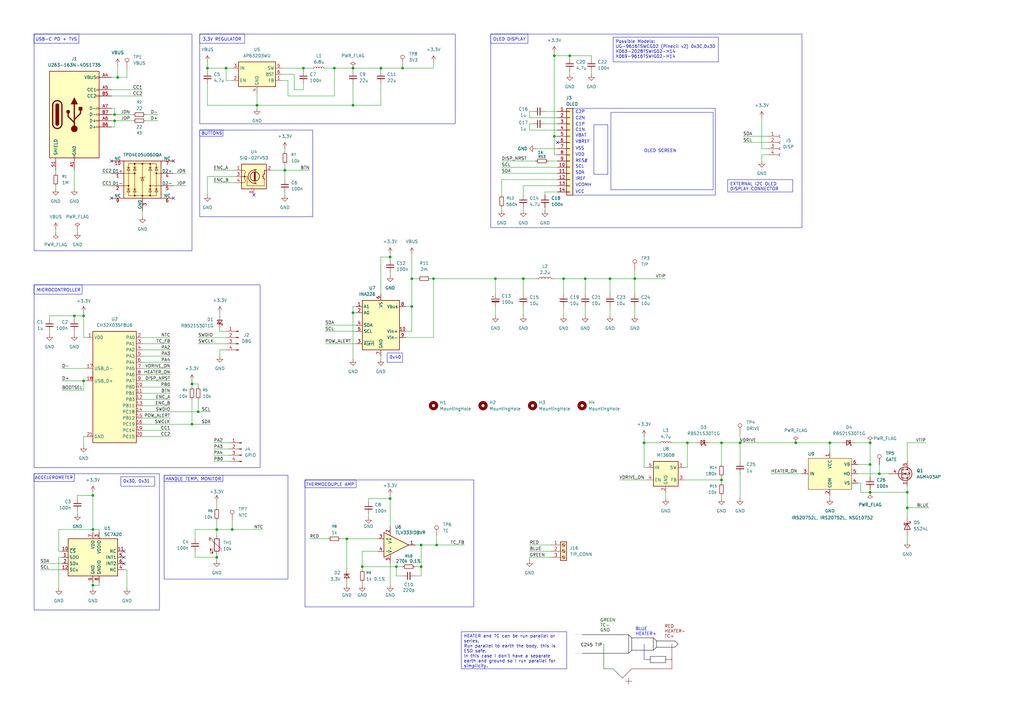
<source format=kicad_sch>
(kicad_sch
	(version 20250114)
	(generator "eeschema")
	(generator_version "9.0")
	(uuid "7095b018-eac3-4b01-b374-28e3216c4fd8")
	(paper "A3")
	
	(rectangle
		(start 13.97 194.31)
		(end 65.405 250.19)
		(stroke
			(width 0)
			(type default)
		)
		(fill
			(type none)
		)
		(uuid 25f66d05-38b5-4a17-99c1-8cad2c92cd3e)
	)
	(rectangle
		(start 13.97 13.97)
		(end 78.74 102.87)
		(stroke
			(width 0)
			(type default)
		)
		(fill
			(type none)
		)
		(uuid 34cfca7f-b72a-4261-a704-f33e6bc4b279)
	)
	(rectangle
		(start 13.97 194.31)
		(end 30.48 197.485)
		(stroke
			(width 0)
			(type default)
		)
		(fill
			(type none)
		)
		(uuid 37b1d202-d0af-4356-9cea-c5377ffdf5c6)
	)
	(rectangle
		(start 125.095 196.85)
		(end 146.05 200.025)
		(stroke
			(width 0)
			(type default)
		)
		(fill
			(type none)
		)
		(uuid 411456a7-808a-4a99-b2e7-4b00b0660778)
	)
	(rectangle
		(start 81.915 53.34)
		(end 91.44 55.88)
		(stroke
			(width 0)
			(type default)
		)
		(fill
			(type none)
		)
		(uuid 51756553-69aa-4f9f-a31a-a60fa2c78053)
	)
	(rectangle
		(start 13.97 116.84)
		(end 33.655 120.65)
		(stroke
			(width 0)
			(type default)
		)
		(fill
			(type none)
		)
		(uuid 7d5ee34c-3c30-4116-b034-575f8f5cbca0)
	)
	(rectangle
		(start 81.915 53.34)
		(end 128.27 88.9)
		(stroke
			(width 0)
			(type default)
		)
		(fill
			(type none)
		)
		(uuid 9c119ec4-7162-4594-9de4-9af2e8ac3469)
	)
	(rectangle
		(start 81.915 13.97)
		(end 100.33 17.78)
		(stroke
			(width 0)
			(type default)
		)
		(fill
			(type none)
		)
		(uuid 9d5c2b83-1ad1-4eb5-9c00-115d7cfbb819)
	)
	(rectangle
		(start 125.095 196.85)
		(end 194.31 248.92)
		(stroke
			(width 0)
			(type default)
		)
		(fill
			(type none)
		)
		(uuid a57dfd79-f7b7-44cf-be58-21e0757161fa)
	)
	(rectangle
		(start 13.97 116.84)
		(end 106.68 191.77)
		(stroke
			(width 0)
			(type default)
		)
		(fill
			(type none)
		)
		(uuid a66c837f-d550-4ad5-b67a-1a34b6eaed03)
	)
	(rectangle
		(start 250.571 46.101)
		(end 292.481 77.851)
		(stroke
			(width 0)
			(type default)
		)
		(fill
			(type none)
		)
		(uuid b323df54-646c-4c42-ac5d-c702f5da28df)
	)
	(rectangle
		(start 13.97 13.97)
		(end 32.385 17.78)
		(stroke
			(width 0)
			(type default)
		)
		(fill
			(type none)
		)
		(uuid b41c86f7-a703-4da7-9c7c-3d6f2dbdab0b)
	)
	(rectangle
		(start 67.31 194.945)
		(end 91.44 197.485)
		(stroke
			(width 0)
			(type default)
		)
		(fill
			(type none)
		)
		(uuid b798fff3-5d10-4e4c-948c-461a0845de52)
	)
	(rectangle
		(start 234.95 44.45)
		(end 293.37 80.01)
		(stroke
			(width 0)
			(type default)
		)
		(fill
			(type none)
		)
		(uuid c7ed09f4-c5b0-447c-8527-2fd1a9942fc7)
	)
	(rectangle
		(start 201.295 13.97)
		(end 328.93 93.345)
		(stroke
			(width 0)
			(type default)
		)
		(fill
			(type none)
		)
		(uuid c86b0301-7b25-4d55-b6bd-bf1af0f3ea13)
	)
	(rectangle
		(start 243.586 51.181)
		(end 249.301 71.501)
		(stroke
			(width 0)
			(type default)
		)
		(fill
			(type none)
		)
		(uuid cc173c2c-4802-4b85-8dc1-c0ed1e2586ae)
	)
	(rectangle
		(start 81.915 13.97)
		(end 186.69 50.8)
		(stroke
			(width 0)
			(type default)
		)
		(fill
			(type none)
		)
		(uuid d5e44070-3c31-4662-9265-15546dcb33a9)
	)
	(rectangle
		(start 67.31 194.945)
		(end 118.11 237.49)
		(stroke
			(width 0)
			(type default)
		)
		(fill
			(type none)
		)
		(uuid dc78faa3-7706-462b-aff1-ea2259b8957d)
	)
	(rectangle
		(start 201.295 13.97)
		(end 216.535 17.78)
		(stroke
			(width 0)
			(type default)
		)
		(fill
			(type none)
		)
		(uuid df873f2f-b2dc-4231-b391-da9722f3ee43)
	)
	(text "RED\nHEATER-\nTC+"
		(exclude_from_sim no)
		(at 272.542 259.08 0)
		(effects
			(font
				(size 1.27 1.27)
				(color 132 0 0 1)
			)
			(justify left)
		)
		(uuid "074f802c-7871-4a94-9d0f-a3c07209b08e")
	)
	(text "3.3V REGULATOR"
		(exclude_from_sim no)
		(at 83.058 16.256 0)
		(effects
			(font
				(size 1.27 1.27)
			)
			(justify left)
		)
		(uuid "270c64e9-acc9-4bdf-adf9-51e85a7cfae3")
	)
	(text "C2N"
		(exclude_from_sim no)
		(at 235.966 48.514 0)
		(effects
			(font
				(size 1.27 1.27)
			)
			(justify left)
		)
		(uuid "303735e4-f194-4e97-9ddd-7741146e5965")
	)
	(text "USB-C PD + TVS"
		(exclude_from_sim no)
		(at 14.478 16.256 0)
		(effects
			(font
				(size 1.27 1.27)
			)
			(justify left)
		)
		(uuid "3b53ae36-2320-46df-8526-8d2b0e4cd267")
	)
	(text "BUTTONS"
		(exclude_from_sim no)
		(at 82.55 54.864 0)
		(effects
			(font
				(size 1.27 1.27)
			)
			(justify left)
		)
		(uuid "4ff0d853-92f6-4f02-aa33-1f252be5ef75")
	)
	(text "SCL"
		(exclude_from_sim no)
		(at 235.966 68.326 0)
		(effects
			(font
				(size 1.27 1.27)
			)
			(justify left)
		)
		(uuid "63c62cf3-4266-478a-9f68-199034fe5d8b")
	)
	(text "RES#"
		(exclude_from_sim no)
		(at 235.966 66.04 0)
		(effects
			(font
				(size 1.27 1.27)
			)
			(justify left)
		)
		(uuid "6ce3c0b9-bb73-4f4d-8996-df06398c02e3")
	)
	(text "C1P"
		(exclude_from_sim no)
		(at 235.966 51.054 0)
		(effects
			(font
				(size 1.27 1.27)
			)
			(justify left)
		)
		(uuid "6d196f00-fda4-408a-b16f-63e268646b7a")
	)
	(text "ACCELEROMETER"
		(exclude_from_sim no)
		(at 22.098 196.088 0)
		(effects
			(font
				(size 1.27 1.27)
			)
		)
		(uuid "6d3cce01-49eb-4036-848c-880563d726ff")
	)
	(text "IREF"
		(exclude_from_sim no)
		(at 235.966 73.406 0)
		(effects
			(font
				(size 1.27 1.27)
			)
			(justify left)
		)
		(uuid "78269562-db7d-4f9c-9409-11de08793bfa")
	)
	(text "BLUE\nHEATER+"
		(exclude_from_sim no)
		(at 260.604 259.08 0)
		(effects
			(font
				(size 1.27 1.27)
				(color 0 0 255 1)
			)
			(justify left)
		)
		(uuid "7cd917a9-991f-405e-b4ad-1658a33b6480")
	)
	(text "C1N"
		(exclude_from_sim no)
		(at 235.966 53.34 0)
		(effects
			(font
				(size 1.27 1.27)
			)
			(justify left)
		)
		(uuid "86eaf89d-7735-48bc-8adf-2c6d7e1c9267")
	)
	(text "C2P"
		(exclude_from_sim no)
		(at 235.966 45.974 0)
		(effects
			(font
				(size 1.27 1.27)
			)
			(justify left)
		)
		(uuid "88767c22-62f5-491f-8191-e622ce50d549")
	)
	(text "VDD"
		(exclude_from_sim no)
		(at 235.966 63.5 0)
		(effects
			(font
				(size 1.27 1.27)
			)
			(justify left)
		)
		(uuid "98ea20d6-f789-4c9a-9d2d-ddf9c4e55ce3")
	)
	(text "HANDLE TEMP. MONITOR"
		(exclude_from_sim no)
		(at 79.248 196.596 0)
		(effects
			(font
				(size 1.27 1.27)
			)
		)
		(uuid "9cf9be48-0da6-4698-b802-905b4321ec7e")
	)
	(text "OLED SCREEN"
		(exclude_from_sim no)
		(at 270.764 61.976 0)
		(effects
			(font
				(size 1.27 1.27)
			)
		)
		(uuid "a7d4d929-dbaa-411d-a847-37e4617db2b8")
	)
	(text "VCC"
		(exclude_from_sim no)
		(at 235.966 78.74 0)
		(effects
			(font
				(size 1.27 1.27)
			)
			(justify left)
		)
		(uuid "c0b5be38-ee7a-4c62-b666-9455a24b9bdf")
	)
	(text "SDA"
		(exclude_from_sim no)
		(at 235.966 70.866 0)
		(effects
			(font
				(size 1.27 1.27)
			)
			(justify left)
		)
		(uuid "d1f23843-c159-4734-816f-e3ebdc7225d4")
	)
	(text "VBREF"
		(exclude_from_sim no)
		(at 235.966 58.166 0)
		(effects
			(font
				(size 1.27 1.27)
			)
			(justify left)
		)
		(uuid "dc92fbc2-eb7d-47ac-891e-6de1528c9506")
	)
	(text "OLED DISPLAY"
		(exclude_from_sim no)
		(at 202.184 16.256 0)
		(effects
			(font
				(size 1.27 1.27)
			)
			(justify left)
		)
		(uuid "e1182865-9cf6-484e-b369-4d8124243a24")
	)
	(text "VBAT"
		(exclude_from_sim no)
		(at 235.966 55.626 0)
		(effects
			(font
				(size 1.27 1.27)
			)
			(justify left)
		)
		(uuid "e5136794-6a5a-4728-b4d0-e47266a8ec2c")
	)
	(text "VSS"
		(exclude_from_sim no)
		(at 235.966 60.96 0)
		(effects
			(font
				(size 1.27 1.27)
			)
			(justify left)
		)
		(uuid "e5277a5c-1568-43ec-ab65-5c403a9ddad3")
	)
	(text "VCOMH"
		(exclude_from_sim no)
		(at 235.966 75.946 0)
		(effects
			(font
				(size 1.27 1.27)
			)
			(justify left)
		)
		(uuid "e677c7ab-e79d-4a1c-8a88-4a56ca5d6b79")
	)
	(text "THERMOCOUPLE AMP"
		(exclude_from_sim no)
		(at 135.382 198.882 0)
		(effects
			(font
				(size 1.27 1.27)
			)
		)
		(uuid "e865e2d4-df9a-47d7-8bc3-1d543675c813")
	)
	(text "MICROCONTROLLER"
		(exclude_from_sim no)
		(at 14.986 119.126 0)
		(effects
			(font
				(size 1.27 1.27)
			)
			(justify left)
		)
		(uuid "f4202bbd-17db-406a-9b6f-417fe43fdaab")
	)
	(text "C245 TIP"
		(exclude_from_sim no)
		(at 242.57 264.668 0)
		(effects
			(font
				(size 1.27 1.27)
				(color 0 0 0 1)
			)
		)
		(uuid "f5ebd9e6-7e85-4295-b1df-1fb1b0a60676")
	)
	(text "GREEN\nTC-\nGND"
		(exclude_from_sim no)
		(at 246.126 256.54 0)
		(effects
			(font
				(size 1.27 1.27)
				(color 0 72 0 1)
			)
			(justify left)
		)
		(uuid "fe22e110-b1c7-4e37-9dd2-ed4186183ab8")
	)
	(text_box "0x30, 0x31"
		(exclude_from_sim no)
		(at 49.53 195.58 0)
		(size 13.97 3.81)
		(margins 0.9525 0.9525 0.9525 0.9525)
		(stroke
			(width 0)
			(type solid)
		)
		(fill
			(type none)
		)
		(effects
			(font
				(size 1.27 1.27)
			)
			(justify left top)
		)
		(uuid "1c71f755-8c6a-46e5-9d91-8a816c1bdfae")
	)
	(text_box "EXTERNAL I2C OLED DISPLAY CONNECTOR"
		(exclude_from_sim no)
		(at 298.45 73.66 0)
		(size 26.67 5.08)
		(margins 0.9525 0.9525 0.9525 0.9525)
		(stroke
			(width 0)
			(type solid)
		)
		(fill
			(type none)
		)
		(effects
			(font
				(size 1.27 1.27)
			)
			(justify left top)
		)
		(uuid "4601eec6-3591-49d5-9b05-bbe6c60ab3cd")
	)
	(text_box "0x40"
		(exclude_from_sim no)
		(at 158.75 144.78 0)
		(size 6.35 3.81)
		(margins 0.9525 0.9525 0.9525 0.9525)
		(stroke
			(width 0)
			(type solid)
		)
		(fill
			(type none)
		)
		(effects
			(font
				(size 1.27 1.27)
			)
			(justify left top)
		)
		(uuid "9c02ec0f-e634-4a5d-8235-10e75e25b2f4")
	)
	(text_box "Possible Models:\nUG-9616TSWCG02 (Pinecil v2) 0x3C,0x3D\nX063-2028TSWIG02-H14\nX069-9616TSWIG02-H14"
		(exclude_from_sim no)
		(at 251.46 15.24 0)
		(size 43.18 10.16)
		(margins 0.9525 0.9525 0.9525 0.9525)
		(stroke
			(width 0)
			(type solid)
		)
		(fill
			(type none)
		)
		(effects
			(font
				(size 1.27 1.27)
			)
			(justify left top)
		)
		(uuid "aff1d92e-7948-41af-95d4-eec0b0d11729")
	)
	(text_box "HEATER and TC can be run parallel or series.\nRun parallel to earth the body, this is ESD safe.\nIn this case I don't have a separate earth and ground so I run parallel for simplicity."
		(exclude_from_sim no)
		(at 189.23 259.08 0)
		(size 43.18 15.24)
		(margins 0.9525 0.9525 0.9525 0.9525)
		(stroke
			(width 0)
			(type solid)
		)
		(fill
			(type none)
		)
		(effects
			(font
				(size 1.27 1.27)
			)
			(justify left top)
		)
		(uuid "f24e07f6-dab3-4874-a162-57756a4a0cb0")
	)
	(junction
		(at 326.39 181.61)
		(diameter 0)
		(color 0 0 0 0)
		(uuid "00837693-68bd-4254-8ab8-9c575bcd32d7")
	)
	(junction
		(at 81.28 168.91)
		(diameter 0)
		(color 0 0 0 0)
		(uuid "0376124e-fe7a-4814-987e-238a633a55c8")
	)
	(junction
		(at 179.07 223.52)
		(diameter 0)
		(color 0 0 0 0)
		(uuid "0628d189-e617-49e6-8e01-f0af2bfc08da")
	)
	(junction
		(at 281.94 181.61)
		(diameter 0)
		(color 0 0 0 0)
		(uuid "07d79252-3cfe-49d3-a697-b5180f951c75")
	)
	(junction
		(at 124.46 27.94)
		(diameter 0)
		(color 0 0 0 0)
		(uuid "0acd8611-5527-40f7-90a3-5c60d1adc1d0")
	)
	(junction
		(at 144.78 43.18)
		(diameter 0)
		(color 0 0 0 0)
		(uuid "22311b9f-04cf-44b4-b81a-9a2eee7d9814")
	)
	(junction
		(at 38.1 203.2)
		(diameter 0)
		(color 0 0 0 0)
		(uuid "223830ef-994b-458e-bef0-ec2a62ab1d6c")
	)
	(junction
		(at 356.87 201.93)
		(diameter 0)
		(color 0 0 0 0)
		(uuid "253e7a83-9b7c-4d4c-b8d1-7fbacce38609")
	)
	(junction
		(at 160.02 105.41)
		(diameter 0)
		(color 0 0 0 0)
		(uuid "2b9858fc-d565-4568-9ced-4f85b3261fac")
	)
	(junction
		(at 48.26 31.75)
		(diameter 0)
		(color 0 0 0 0)
		(uuid "2f314b8e-91bd-4e16-b2bc-2dca55d3cea3")
	)
	(junction
		(at 372.11 201.93)
		(diameter 0)
		(color 0 0 0 0)
		(uuid "3b65a788-4b4c-437e-96e5-165c51a854a4")
	)
	(junction
		(at 160.02 204.47)
		(diameter 0)
		(color 0 0 0 0)
		(uuid "3f9bcc33-18ad-48ec-8047-f514eddb9bd3")
	)
	(junction
		(at 95.25 217.17)
		(diameter 0)
		(color 0 0 0 0)
		(uuid "4002a57d-972e-46d6-a78f-15b2559a959f")
	)
	(junction
		(at 372.11 208.28)
		(diameter 0)
		(color 0 0 0 0)
		(uuid "40073d49-3f44-4af7-a787-657ab510a928")
	)
	(junction
		(at 340.36 181.61)
		(diameter 0)
		(color 0 0 0 0)
		(uuid "4022ea02-a839-4e77-8442-99daabad0cb4")
	)
	(junction
		(at 356.87 190.5)
		(diameter 0)
		(color 0 0 0 0)
		(uuid "45cd84fd-2fd0-4481-9f27-779c4e05a620")
	)
	(junction
		(at 148.59 232.41)
		(diameter 0)
		(color 0 0 0 0)
		(uuid "4793f579-9960-4fea-a983-16516b9a6a74")
	)
	(junction
		(at 30.48 129.54)
		(diameter 0)
		(color 0 0 0 0)
		(uuid "4a00e859-a3fe-467b-8ce9-def1b4a6bc1d")
	)
	(junction
		(at 264.16 181.61)
		(diameter 0)
		(color 0 0 0 0)
		(uuid "4c2788f8-2f3d-4c09-bf35-9265ddb84f5d")
	)
	(junction
		(at 137.16 27.94)
		(diameter 0)
		(color 0 0 0 0)
		(uuid "4e457d4d-37fd-4b51-a420-85ebb8dc04c5")
	)
	(junction
		(at 168.91 125.73)
		(diameter 0)
		(color 0 0 0 0)
		(uuid "51d47e0b-ff82-4d9a-812e-411a32b7bf19")
	)
	(junction
		(at 168.91 114.3)
		(diameter 0)
		(color 0 0 0 0)
		(uuid "52ff489f-9f01-453b-bd90-67ebcc43c015")
	)
	(junction
		(at 46.99 49.53)
		(diameter 0)
		(color 0 0 0 0)
		(uuid "5e8d1cf7-167e-4030-9f28-7c115ea5395b")
	)
	(junction
		(at 227.33 55.88)
		(diameter 0)
		(color 0 0 0 0)
		(uuid "5fbb3de9-86ee-49ad-a284-eb55f1cc692a")
	)
	(junction
		(at 360.68 194.31)
		(diameter 0)
		(color 0 0 0 0)
		(uuid "66c4d9ef-771e-41b1-986d-6915bd81ba87")
	)
	(junction
		(at 233.68 22.86)
		(diameter 0)
		(color 0 0 0 0)
		(uuid "73b54f8a-8892-4f5c-ad2f-0a2e6cc384c3")
	)
	(junction
		(at 34.29 129.54)
		(diameter 0)
		(color 0 0 0 0)
		(uuid "7463436f-e839-4ea2-a4bf-81f122061b20")
	)
	(junction
		(at 250.19 114.3)
		(diameter 0)
		(color 0 0 0 0)
		(uuid "74be8234-d464-4c0b-8cd5-92ab042ed197")
	)
	(junction
		(at 162.56 232.41)
		(diameter 0)
		(color 0 0 0 0)
		(uuid "77d052f3-f174-4ac4-b7f3-74fd8cd4f0e2")
	)
	(junction
		(at 144.78 128.27)
		(diameter 0)
		(color 0 0 0 0)
		(uuid "7a718757-763b-4e08-aad4-aaa4f9111b0a")
	)
	(junction
		(at 78.74 157.48)
		(diameter 0)
		(color 0 0 0 0)
		(uuid "81607e46-ed60-4e7b-900a-af756b50d9d4")
	)
	(junction
		(at 295.91 181.61)
		(diameter 0)
		(color 0 0 0 0)
		(uuid "81928cab-d290-47f7-99c7-9c8f417d4c4e")
	)
	(junction
		(at 260.35 114.3)
		(diameter 0)
		(color 0 0 0 0)
		(uuid "855762b6-ba6e-4668-b374-45a266a9df5c")
	)
	(junction
		(at 356.87 181.61)
		(diameter 0)
		(color 0 0 0 0)
		(uuid "866164ce-25ec-4289-a2cf-7099883dea86")
	)
	(junction
		(at 172.72 232.41)
		(diameter 0)
		(color 0 0 0 0)
		(uuid "879d8513-8c12-4c71-805b-cfd0566ce6a8")
	)
	(junction
		(at 34.29 156.21)
		(diameter 0)
		(color 0 0 0 0)
		(uuid "89bcf90e-9038-4def-8280-30d23811eeb8")
	)
	(junction
		(at 231.14 114.3)
		(diameter 0)
		(color 0 0 0 0)
		(uuid "8b64755e-064f-4e1f-acff-0c6da6bf1748")
	)
	(junction
		(at 227.33 22.86)
		(diameter 0)
		(color 0 0 0 0)
		(uuid "9531702c-c6a6-4297-8a10-64a5c6fc90b3")
	)
	(junction
		(at 214.63 114.3)
		(diameter 0)
		(color 0 0 0 0)
		(uuid "99470547-74e3-435a-aafe-b4ae68d1294d")
	)
	(junction
		(at 88.9 228.6)
		(diameter 0)
		(color 0 0 0 0)
		(uuid "9ba723fb-78b5-4d72-ae3c-94d59ceb7ba3")
	)
	(junction
		(at 172.72 223.52)
		(diameter 0)
		(color 0 0 0 0)
		(uuid "aff6f7cf-f995-4965-9b70-2f6e1afd3257")
	)
	(junction
		(at 203.2 114.3)
		(diameter 0)
		(color 0 0 0 0)
		(uuid "bd622f08-db3a-4046-921d-58baf4c7d1bc")
	)
	(junction
		(at 142.24 220.98)
		(diameter 0)
		(color 0 0 0 0)
		(uuid "be519101-b7e2-4e85-bc0c-866a0a6fdb77")
	)
	(junction
		(at 88.9 217.17)
		(diameter 0)
		(color 0 0 0 0)
		(uuid "c4f19431-f823-4a18-902b-e25529b1c304")
	)
	(junction
		(at 156.21 27.94)
		(diameter 0)
		(color 0 0 0 0)
		(uuid "caa23b1a-fb60-423d-84ed-a4ec6bda7dc1")
	)
	(junction
		(at 78.74 173.99)
		(diameter 0)
		(color 0 0 0 0)
		(uuid "cb369bbe-c983-4f03-86f5-9ab8b3b58edd")
	)
	(junction
		(at 116.84 69.85)
		(diameter 0)
		(color 0 0 0 0)
		(uuid "cbfb9910-a9c3-4d1d-beaf-ad4934f7e32e")
	)
	(junction
		(at 295.91 196.85)
		(diameter 0)
		(color 0 0 0 0)
		(uuid "cc109a5d-bdf8-421c-800f-f4fb1ea8fcea")
	)
	(junction
		(at 105.41 43.18)
		(diameter 0)
		(color 0 0 0 0)
		(uuid "d049456d-20ee-4308-a384-c295c5fb64a1")
	)
	(junction
		(at 38.1 240.03)
		(diameter 0)
		(color 0 0 0 0)
		(uuid "d3c0ec6c-e13a-496a-ad1c-ba60afc46b96")
	)
	(junction
		(at 46.99 46.99)
		(diameter 0)
		(color 0 0 0 0)
		(uuid "d3cb3929-1383-43bf-9aa0-8d6179547879")
	)
	(junction
		(at 144.78 27.94)
		(diameter 0)
		(color 0 0 0 0)
		(uuid "d5fd0359-f76b-4cc1-9ea5-8682bade4542")
	)
	(junction
		(at 165.1 27.94)
		(diameter 0)
		(color 0 0 0 0)
		(uuid "e1417cbc-3f5e-4fbf-9e5f-6dd5f49a833c")
	)
	(junction
		(at 38.1 217.17)
		(diameter 0)
		(color 0 0 0 0)
		(uuid "e18bde3c-0611-43e2-8458-23023e1703d3")
	)
	(junction
		(at 177.8 114.3)
		(diameter 0)
		(color 0 0 0 0)
		(uuid "e2f14e73-0508-430d-8056-4600df83ce56")
	)
	(junction
		(at 240.03 114.3)
		(diameter 0)
		(color 0 0 0 0)
		(uuid "e446b87b-dd2b-4e7f-9dbd-f1689a8c2a13")
	)
	(junction
		(at 303.53 181.61)
		(diameter 0)
		(color 0 0 0 0)
		(uuid "e5115188-7348-4d7f-9464-18609567d3fc")
	)
	(junction
		(at 92.71 27.94)
		(diameter 0)
		(color 0 0 0 0)
		(uuid "e80bc681-7695-43f3-a2bd-d411c7e86409")
	)
	(junction
		(at 85.09 27.94)
		(diameter 0)
		(color 0 0 0 0)
		(uuid "f1df4cab-d95d-4e21-b204-cc5686c3ccd2")
	)
	(no_connect
		(at 50.8 228.6)
		(uuid "12b81ef0-4fba-4b2f-98fa-a2180c0447e2")
	)
	(no_connect
		(at 50.8 231.14)
		(uuid "2b4977a8-0f21-4fec-84e4-4c603e997be4")
	)
	(no_connect
		(at 71.12 81.28)
		(uuid "46b4ccbc-24ab-4899-8505-9a1bc9336197")
	)
	(no_connect
		(at 45.72 66.04)
		(uuid "613b3790-5218-413f-a343-e26aa4ea4b95")
	)
	(no_connect
		(at 228.6 58.42)
		(uuid "8d801d13-32fe-4e34-8cc5-b8a86a497023")
	)
	(no_connect
		(at 45.72 81.28)
		(uuid "c9b41e3a-80a4-4410-be4c-91975e86700a")
	)
	(no_connect
		(at 104.14 80.01)
		(uuid "d8cbb7b8-f348-43ed-b12a-7c884625729d")
	)
	(no_connect
		(at 71.12 66.04)
		(uuid "e9fc4535-1911-4390-b5e2-c282d53c9319")
	)
	(no_connect
		(at 50.8 226.06)
		(uuid "eb0471e5-5852-410a-87ff-c81813b23343")
	)
	(wire
		(pts
			(xy 250.19 114.3) (xy 250.19 120.65)
		)
		(stroke
			(width 0)
			(type default)
		)
		(uuid "01019bf9-c94e-46c5-9440-886fbf1f7ac2")
	)
	(polyline
		(pts
			(xy 269.24 265.43) (xy 267.97 266.7)
		)
		(stroke
			(width 0)
			(type default)
			(color 0 0 0 1)
		)
		(uuid "026bb0ed-6072-40a3-95a7-f0b0e5bb9f80")
	)
	(wire
		(pts
			(xy 177.8 25.4) (xy 177.8 27.94)
		)
		(stroke
			(width 0)
			(type default)
		)
		(uuid "0280334b-627a-4233-a676-012a207d9298")
	)
	(wire
		(pts
			(xy 314.96 60.96) (xy 312.42 60.96)
		)
		(stroke
			(width 0)
			(type default)
		)
		(uuid "03842c5a-86c8-43a6-8e2e-a23b06776dce")
	)
	(wire
		(pts
			(xy 24.13 228.6) (xy 25.4 228.6)
		)
		(stroke
			(width 0)
			(type default)
		)
		(uuid "03f9526b-c252-4cea-a8ec-81306ff6df76")
	)
	(wire
		(pts
			(xy 41.91 76.2) (xy 45.72 76.2)
		)
		(stroke
			(width 0)
			(type default)
		)
		(uuid "057a48eb-9b1d-42a5-bf44-6985b9321748")
	)
	(wire
		(pts
			(xy 227.33 55.88) (xy 228.6 55.88)
		)
		(stroke
			(width 0)
			(type default)
		)
		(uuid "06a39b25-e5c0-48bf-8f66-6ff9e46efda7")
	)
	(polyline
		(pts
			(xy 275.59 270.51) (xy 273.05 270.51)
		)
		(stroke
			(width 0)
			(type solid)
			(color 132 0 0 1)
		)
		(uuid "07b98816-3d51-4f72-b198-7c04ddd02a60")
	)
	(wire
		(pts
			(xy 281.94 181.61) (xy 281.94 191.77)
		)
		(stroke
			(width 0)
			(type default)
		)
		(uuid "08ca60c2-d79a-4019-861d-7c88280594b9")
	)
	(wire
		(pts
			(xy 16.51 233.68) (xy 25.4 233.68)
		)
		(stroke
			(width 0)
			(type default)
		)
		(uuid "093a4bfc-aabd-4586-948a-1580d9afeffa")
	)
	(wire
		(pts
			(xy 45.72 36.83) (xy 58.42 36.83)
		)
		(stroke
			(width 0)
			(type default)
		)
		(uuid "098337dc-d67f-4f92-9e59-aa0530495823")
	)
	(wire
		(pts
			(xy 351.79 190.5) (xy 356.87 190.5)
		)
		(stroke
			(width 0)
			(type default)
		)
		(uuid "0991fc57-c77d-4d8b-a7f5-93559a71531e")
	)
	(wire
		(pts
			(xy 87.63 189.23) (xy 93.98 189.23)
		)
		(stroke
			(width 0)
			(type default)
		)
		(uuid "0b9dd952-cb79-4fd0-bb23-afa971cab4a1")
	)
	(wire
		(pts
			(xy 265.43 191.77) (xy 264.16 191.77)
		)
		(stroke
			(width 0)
			(type default)
		)
		(uuid "0bdd0dd3-1438-4145-a164-7482936ecc91")
	)
	(polyline
		(pts
			(xy 236.22 260.35) (xy 238.76 260.35)
		)
		(stroke
			(width 0)
			(type dot)
			(color 0 0 0 1)
		)
		(uuid "0bebbeb1-bed0-4084-8b40-7ac03a835cd7")
	)
	(wire
		(pts
			(xy 340.36 203.2) (xy 340.36 204.47)
		)
		(stroke
			(width 0)
			(type default)
		)
		(uuid "0c9fa1d8-a413-4dad-b1e6-53724d6877dc")
	)
	(wire
		(pts
			(xy 356.87 200.66) (xy 356.87 201.93)
		)
		(stroke
			(width 0)
			(type default)
		)
		(uuid "0d1d8e67-44be-4e93-8637-8b77df712344")
	)
	(wire
		(pts
			(xy 85.09 34.29) (xy 85.09 43.18)
		)
		(stroke
			(width 0)
			(type default)
		)
		(uuid "0d1da041-1604-484f-8588-64418e6780df")
	)
	(wire
		(pts
			(xy 264.16 179.07) (xy 264.16 181.61)
		)
		(stroke
			(width 0)
			(type default)
		)
		(uuid "0d6f32d5-98ad-41ed-b781-51035ba32ce2")
	)
	(polyline
		(pts
			(xy 266.7 269.24) (xy 266.7 271.78)
		)
		(stroke
			(width 0)
			(type solid)
			(color 0 0 0 1)
		)
		(uuid "0e087217-7caf-4ae9-80d3-cf5e99ccbd9c")
	)
	(wire
		(pts
			(xy 133.35 135.89) (xy 146.05 135.89)
		)
		(stroke
			(width 0)
			(type default)
		)
		(uuid "0e1505d5-48c5-405d-bd30-c6b5fe5cd7d7")
	)
	(wire
		(pts
			(xy 78.74 157.48) (xy 81.28 157.48)
		)
		(stroke
			(width 0)
			(type default)
		)
		(uuid "0e2e8ef7-9967-4f2a-a391-35d57131fb71")
	)
	(wire
		(pts
			(xy 80.01 217.17) (xy 88.9 217.17)
		)
		(stroke
			(width 0)
			(type default)
		)
		(uuid "0f8627da-dc1e-4504-acfc-120e3647c5b5")
	)
	(wire
		(pts
			(xy 214.63 85.09) (xy 214.63 86.36)
		)
		(stroke
			(width 0)
			(type default)
		)
		(uuid "0fdf5b0f-14a7-4ff5-aee8-91dcf3e80430")
	)
	(polyline
		(pts
			(xy 276.86 262.89) (xy 278.13 264.16)
		)
		(stroke
			(width 0)
			(type default)
			(color 0 0 0 1)
		)
		(uuid "0ffc5971-b130-492f-a7ea-ccd3781d517b")
	)
	(wire
		(pts
			(xy 303.53 189.23) (xy 303.53 181.61)
		)
		(stroke
			(width 0)
			(type default)
		)
		(uuid "1213dcc9-1528-4b78-b712-6cdbea454856")
	)
	(wire
		(pts
			(xy 148.59 232.41) (xy 148.59 226.06)
		)
		(stroke
			(width 0)
			(type default)
		)
		(uuid "12f02fb2-28a7-4766-ae13-424545151178")
	)
	(wire
		(pts
			(xy 314.96 63.5) (xy 312.42 63.5)
		)
		(stroke
			(width 0)
			(type default)
		)
		(uuid "135a5403-fc39-4e32-bdbe-f1bc6a7928ee")
	)
	(wire
		(pts
			(xy 148.59 232.41) (xy 162.56 232.41)
		)
		(stroke
			(width 0)
			(type default)
		)
		(uuid "13e7537a-edd6-43d5-8bb0-f6eb3d491016")
	)
	(wire
		(pts
			(xy 172.72 232.41) (xy 172.72 223.52)
		)
		(stroke
			(width 0)
			(type default)
		)
		(uuid "1427c6b1-5293-499b-9663-f54121cc8ca4")
	)
	(wire
		(pts
			(xy 58.42 146.05) (xy 69.85 146.05)
		)
		(stroke
			(width 0)
			(type default)
		)
		(uuid "152a5c54-b2a9-40eb-a43b-a0108b21647d")
	)
	(wire
		(pts
			(xy 87.63 69.85) (xy 96.52 69.85)
		)
		(stroke
			(width 0)
			(type default)
		)
		(uuid "15d75b7e-53c1-4b3b-bead-3e9845084cb1")
	)
	(wire
		(pts
			(xy 179.07 219.71) (xy 179.07 223.52)
		)
		(stroke
			(width 0)
			(type default)
		)
		(uuid "15df7bad-ee2a-4921-9d90-5b9bd5ed5bc2")
	)
	(wire
		(pts
			(xy 203.2 114.3) (xy 214.63 114.3)
		)
		(stroke
			(width 0)
			(type default)
		)
		(uuid "160924b9-71b2-497e-afa5-3fa032761b8c")
	)
	(wire
		(pts
			(xy 160.02 203.2) (xy 160.02 204.47)
		)
		(stroke
			(width 0)
			(type default)
		)
		(uuid "16a235b6-6479-41c3-934b-5990cd87fafe")
	)
	(wire
		(pts
			(xy 227.33 55.88) (xy 227.33 63.5)
		)
		(stroke
			(width 0)
			(type default)
		)
		(uuid "16a6ad92-1a6b-4d2b-93f1-5652f5947dbb")
	)
	(wire
		(pts
			(xy 45.72 52.07) (xy 46.99 52.07)
		)
		(stroke
			(width 0)
			(type default)
		)
		(uuid "18438b3a-827e-4972-b4d2-e39627126fd2")
	)
	(polyline
		(pts
			(xy 255.27 260.35) (xy 257.81 260.35)
		)
		(stroke
			(width 0)
			(type default)
			(color 0 0 0 1)
		)
		(uuid "185695dd-6d7c-4a99-817d-9d7e560e285b")
	)
	(wire
		(pts
			(xy 58.42 153.67) (xy 69.85 153.67)
		)
		(stroke
			(width 0)
			(type default)
		)
		(uuid "185cc638-609c-4acf-9a83-434d47f9bece")
	)
	(wire
		(pts
			(xy 303.53 181.61) (xy 295.91 181.61)
		)
		(stroke
			(width 0)
			(type default)
		)
		(uuid "18853170-98c0-4142-a886-9b88272679cd")
	)
	(wire
		(pts
			(xy 264.16 191.77) (xy 264.16 181.61)
		)
		(stroke
			(width 0)
			(type default)
		)
		(uuid "19c2bb4e-b6a2-428b-b46d-e50a0b5d9ad9")
	)
	(wire
		(pts
			(xy 90.17 135.89) (xy 92.71 135.89)
		)
		(stroke
			(width 0)
			(type default)
		)
		(uuid "1b5db70b-c75a-47b9-9005-1a033afb345d")
	)
	(wire
		(pts
			(xy 356.87 201.93) (xy 372.11 201.93)
		)
		(stroke
			(width 0)
			(type default)
		)
		(uuid "1b77d230-b149-4ebc-9500-892f807d9feb")
	)
	(wire
		(pts
			(xy 80.01 228.6) (xy 80.01 226.06)
		)
		(stroke
			(width 0)
			(type default)
		)
		(uuid "1b9cd177-a46a-4a5a-81a3-e55bb87811dd")
	)
	(polyline
		(pts
			(xy 264.16 264.16) (xy 264.16 270.51)
		)
		(stroke
			(width 0)
			(type solid)
			(color 0 0 255 1)
		)
		(uuid "1ba11ea6-79fc-470e-8095-8fd6d151a60b")
	)
	(wire
		(pts
			(xy 24.13 226.06) (xy 24.13 217.17)
		)
		(stroke
			(width 0)
			(type default)
		)
		(uuid "1c166601-d1f1-4dcf-81f6-af70e0a8c0df")
	)
	(wire
		(pts
			(xy 58.42 166.37) (xy 69.85 166.37)
		)
		(stroke
			(width 0)
			(type default)
		)
		(uuid "1c31a3a0-71be-4869-aecb-fe7720f70370")
	)
	(wire
		(pts
			(xy 214.63 125.73) (xy 214.63 129.54)
		)
		(stroke
			(width 0)
			(type default)
		)
		(uuid "1cdb49d6-e828-4a8b-a2bc-2a9374af56ed")
	)
	(polyline
		(pts
			(xy 247.65 264.16) (xy 247.65 274.32)
		)
		(stroke
			(width 0)
			(type solid)
			(color 0 72 0 1)
		)
		(uuid "1d759bc9-3b87-4396-975b-76eb784a4ee5")
	)
	(wire
		(pts
			(xy 214.63 114.3) (xy 219.71 114.3)
		)
		(stroke
			(width 0)
			(type default)
		)
		(uuid "1d9c458a-8492-41ed-a2aa-d735f07b95cf")
	)
	(wire
		(pts
			(xy 95.25 27.94) (xy 92.71 27.94)
		)
		(stroke
			(width 0)
			(type default)
		)
		(uuid "202f5003-0a48-4fcb-962b-eb5d0b2eea8c")
	)
	(wire
		(pts
			(xy 214.63 114.3) (xy 214.63 120.65)
		)
		(stroke
			(width 0)
			(type default)
		)
		(uuid "21e02397-be46-4ce1-86f0-c87b0ef9b9f7")
	)
	(wire
		(pts
			(xy 105.41 43.18) (xy 144.78 43.18)
		)
		(stroke
			(width 0)
			(type default)
		)
		(uuid "228d2b28-0e5e-4a0f-9a64-60ca034456d5")
	)
	(wire
		(pts
			(xy 22.86 69.85) (xy 22.86 71.12)
		)
		(stroke
			(width 0)
			(type default)
		)
		(uuid "22ceb097-bc74-4764-aecd-0b980944d711")
	)
	(wire
		(pts
			(xy 144.78 125.73) (xy 144.78 128.27)
		)
		(stroke
			(width 0)
			(type default)
		)
		(uuid "24fe0135-b756-433b-bdcc-2148b0ebafa5")
	)
	(wire
		(pts
			(xy 165.1 236.22) (xy 162.56 236.22)
		)
		(stroke
			(width 0)
			(type default)
		)
		(uuid "28f9a714-ce47-4a87-9eba-39a2e1e51e21")
	)
	(wire
		(pts
			(xy 137.16 39.37) (xy 118.11 39.37)
		)
		(stroke
			(width 0)
			(type default)
		)
		(uuid "296133f5-2a32-47e9-994c-67f3c4c032fa")
	)
	(polyline
		(pts
			(xy 275.59 264.16) (xy 275.59 270.51)
		)
		(stroke
			(width 0)
			(type solid)
			(color 132 0 0 1)
		)
		(uuid "2986f712-090f-47d7-9d1c-d91842ebf259")
	)
	(wire
		(pts
			(xy 46.99 44.45) (xy 46.99 46.99)
		)
		(stroke
			(width 0)
			(type default)
		)
		(uuid "2b6c7f04-a093-4524-90eb-496f9f787527")
	)
	(polyline
		(pts
			(xy 273.05 270.51) (xy 273.05 269.24)
		)
		(stroke
			(width 0)
			(type solid)
			(color 0 0 0 1)
		)
		(uuid "2c47bba1-b584-4271-bdfb-c24c01ea95ec")
	)
	(wire
		(pts
			(xy 168.91 135.89) (xy 168.91 125.73)
		)
		(stroke
			(width 0)
			(type default)
		)
		(uuid "2c54bbfb-f127-4130-bf7e-20082ec4d606")
	)
	(wire
		(pts
			(xy 205.74 73.66) (xy 205.74 80.01)
		)
		(stroke
			(width 0)
			(type default)
		)
		(uuid "2c6750b6-74c7-4d32-8f14-8af4353a5366")
	)
	(wire
		(pts
			(xy 105.41 43.18) (xy 105.41 44.45)
		)
		(stroke
			(width 0)
			(type default)
		)
		(uuid "2caf9a90-c3fc-4061-b393-2a0dec203c07")
	)
	(wire
		(pts
			(xy 165.1 27.94) (xy 156.21 27.94)
		)
		(stroke
			(width 0)
			(type default)
		)
		(uuid "2d187708-14d1-4b14-97da-655569780a1e")
	)
	(wire
		(pts
			(xy 52.07 27.94) (xy 52.07 31.75)
		)
		(stroke
			(width 0)
			(type default)
		)
		(uuid "2df3d32d-311c-47e3-a442-3ee8979c7d9e")
	)
	(wire
		(pts
			(xy 144.78 43.18) (xy 156.21 43.18)
		)
		(stroke
			(width 0)
			(type default)
		)
		(uuid "2e8bc53e-95b2-4423-886b-bfb2eecd08b4")
	)
	(wire
		(pts
			(xy 45.72 31.75) (xy 48.26 31.75)
		)
		(stroke
			(width 0)
			(type default)
		)
		(uuid "2f68ac55-2ae3-4fdc-bcfb-21f448f1abfc")
	)
	(wire
		(pts
			(xy 88.9 217.17) (xy 95.25 217.17)
		)
		(stroke
			(width 0)
			(type default)
		)
		(uuid "2f7c8f4f-5718-4ee6-b598-55a2c858af33")
	)
	(wire
		(pts
			(xy 166.37 135.89) (xy 168.91 135.89)
		)
		(stroke
			(width 0)
			(type default)
		)
		(uuid "2fa27b4d-8b9b-403b-8454-e0568be41ed9")
	)
	(wire
		(pts
			(xy 38.1 201.93) (xy 38.1 203.2)
		)
		(stroke
			(width 0)
			(type default)
		)
		(uuid "2ff8f590-a0dd-4986-b523-e06c9b3827a0")
	)
	(polyline
		(pts
			(xy 259.08 261.62) (xy 259.08 266.7)
		)
		(stroke
			(width 0)
			(type default)
			(color 0 0 0 1)
		)
		(uuid "2ffefb90-6206-45ca-b57b-84bd29cfce39")
	)
	(wire
		(pts
			(xy 303.53 181.61) (xy 326.39 181.61)
		)
		(stroke
			(width 0)
			(type default)
		)
		(uuid "30582172-f069-4a5c-98a5-78a219f57280")
	)
	(polyline
		(pts
			(xy 266.7 261.62) (xy 267.97 261.62)
		)
		(stroke
			(width 0)
			(type default)
			(color 0 0 0 1)
		)
		(uuid "30fd122b-5121-4a83-88df-f8bbacf354a5")
	)
	(wire
		(pts
			(xy 360.68 190.5) (xy 360.68 194.31)
		)
		(stroke
			(width 0)
			(type default)
		)
		(uuid "319832c8-88e9-49b7-9f52-f03223444310")
	)
	(wire
		(pts
			(xy 58.42 179.07) (xy 69.85 179.07)
		)
		(stroke
			(width 0)
			(type default)
		)
		(uuid "31a5a27a-16db-4a49-a5fb-95805556c18e")
	)
	(wire
		(pts
			(xy 146.05 128.27) (xy 144.78 128.27)
		)
		(stroke
			(width 0)
			(type default)
		)
		(uuid "31f252ab-73a3-4779-8d41-a323f96c5a55")
	)
	(wire
		(pts
			(xy 124.46 36.83) (xy 120.65 36.83)
		)
		(stroke
			(width 0)
			(type default)
		)
		(uuid "326fcbeb-6568-414a-bae2-3482d5ca26c6")
	)
	(wire
		(pts
			(xy 168.91 114.3) (xy 171.45 114.3)
		)
		(stroke
			(width 0)
			(type default)
		)
		(uuid "333015d3-5f39-4099-b71e-407bd25aa299")
	)
	(wire
		(pts
			(xy 31.75 204.47) (xy 31.75 203.2)
		)
		(stroke
			(width 0)
			(type default)
		)
		(uuid "34170387-03a3-4d7d-9f6a-9db512b2f47f")
	)
	(wire
		(pts
			(xy 38.1 203.2) (xy 38.1 217.17)
		)
		(stroke
			(width 0)
			(type default)
		)
		(uuid "35471a9a-1159-4acb-bd51-1f7248a7d096")
	)
	(wire
		(pts
			(xy 92.71 27.94) (xy 85.09 27.94)
		)
		(stroke
			(width 0)
			(type default)
		)
		(uuid "35fc1e6c-2319-48d6-b1ef-3f4c892dc210")
	)
	(wire
		(pts
			(xy 142.24 220.98) (xy 154.94 220.98)
		)
		(stroke
			(width 0)
			(type default)
		)
		(uuid "36f53756-61b8-4225-b3bf-fa4d238d3b1c")
	)
	(wire
		(pts
			(xy 34.29 129.54) (xy 34.29 138.43)
		)
		(stroke
			(width 0)
			(type default)
		)
		(uuid "37760e84-34f3-4903-8420-24fbe82cc7d6")
	)
	(polyline
		(pts
			(xy 257.81 275.59) (xy 255.27 278.13)
		)
		(stroke
			(width 0)
			(type solid)
			(color 132 0 0 1)
		)
		(uuid "37ebe191-502b-4008-ade9-750ab2ba02d7")
	)
	(wire
		(pts
			(xy 85.09 27.94) (xy 85.09 29.21)
		)
		(stroke
			(width 0)
			(type default)
		)
		(uuid "3855a61f-666e-4706-aff6-2793b5d48fb3")
	)
	(wire
		(pts
			(xy 58.42 86.36) (xy 58.42 88.9)
		)
		(stroke
			(width 0)
			(type default)
		)
		(uuid "3884bd08-970a-4525-a7ae-3d118eacfc46")
	)
	(wire
		(pts
			(xy 146.05 125.73) (xy 144.78 125.73)
		)
		(stroke
			(width 0)
			(type default)
		)
		(uuid "39f068f3-2047-4c72-80dc-020c555ed629")
	)
	(wire
		(pts
			(xy 156.21 29.21) (xy 156.21 27.94)
		)
		(stroke
			(width 0)
			(type default)
		)
		(uuid "3be291d1-3abb-48c6-8d25-0c043a9fcb68")
	)
	(wire
		(pts
			(xy 228.6 53.34) (xy 217.17 53.34)
		)
		(stroke
			(width 0)
			(type default)
		)
		(uuid "3cc74a2e-0fe8-421a-b5ee-daa8e8b3a712")
	)
	(wire
		(pts
			(xy 81.28 158.75) (xy 81.28 157.48)
		)
		(stroke
			(width 0)
			(type default)
		)
		(uuid "3e0b80ea-981d-44ea-98ef-2a7e6f6c8ed9")
	)
	(wire
		(pts
			(xy 224.79 66.04) (xy 228.6 66.04)
		)
		(stroke
			(width 0)
			(type default)
		)
		(uuid "3e7e3e9e-2270-4d22-887c-ad05a3264519")
	)
	(wire
		(pts
			(xy 304.8 55.88) (xy 314.96 55.88)
		)
		(stroke
			(width 0)
			(type default)
		)
		(uuid "3f07dcbe-05e3-41ff-be16-8ec7f5d053da")
	)
	(wire
		(pts
			(xy 59.69 49.53) (xy 64.77 49.53)
		)
		(stroke
			(width 0)
			(type default)
		)
		(uuid "3fb95421-59f4-497f-8b94-8962c1179ed1")
	)
	(wire
		(pts
			(xy 20.32 129.54) (xy 30.48 129.54)
		)
		(stroke
			(width 0)
			(type default)
		)
		(uuid "40920f53-5818-408c-bc37-08872dc5c2db")
	)
	(wire
		(pts
			(xy 240.03 114.3) (xy 250.19 114.3)
		)
		(stroke
			(width 0)
			(type default)
		)
		(uuid "40a99504-58e3-4348-9507-ca226b6e34ba")
	)
	(wire
		(pts
			(xy 52.07 233.68) (xy 52.07 241.3)
		)
		(stroke
			(width 0)
			(type default)
		)
		(uuid "40b028e4-52bf-4d41-b4ef-331b7c9a978e")
	)
	(wire
		(pts
			(xy 142.24 238.76) (xy 142.24 240.03)
		)
		(stroke
			(width 0)
			(type default)
		)
		(uuid "43271041-c5c8-412c-bfdd-5618a8d6f936")
	)
	(wire
		(pts
			(xy 50.8 233.68) (xy 52.07 233.68)
		)
		(stroke
			(width 0)
			(type default)
		)
		(uuid "435771e7-7406-4d64-854d-386effbd573f")
	)
	(wire
		(pts
			(xy 350.52 181.61) (xy 356.87 181.61)
		)
		(stroke
			(width 0)
			(type default)
		)
		(uuid "43bc359c-fbc5-42f0-9eb9-e197be54c3b7")
	)
	(wire
		(pts
			(xy 203.2 125.73) (xy 203.2 129.54)
		)
		(stroke
			(width 0)
			(type default)
		)
		(uuid "441ff4a3-f859-423e-b7b8-38e180e5fb28")
	)
	(wire
		(pts
			(xy 45.72 39.37) (xy 58.42 39.37)
		)
		(stroke
			(width 0)
			(type default)
		)
		(uuid "44f9df40-5b32-48e7-b548-a32438cf0dfd")
	)
	(wire
		(pts
			(xy 85.09 43.18) (xy 105.41 43.18)
		)
		(stroke
			(width 0)
			(type default)
		)
		(uuid "4565d69f-09cb-47a5-b4c9-ecffd44c036a")
	)
	(wire
		(pts
			(xy 233.68 29.21) (xy 233.68 30.48)
		)
		(stroke
			(width 0)
			(type default)
		)
		(uuid "46dd8646-50ac-4ac6-9c60-c9a27d511d5f")
	)
	(wire
		(pts
			(xy 46.99 46.99) (xy 54.61 46.99)
		)
		(stroke
			(width 0)
			(type default)
		)
		(uuid "477f52c3-2d50-4858-b854-31927f0e8c86")
	)
	(wire
		(pts
			(xy 254 196.85) (xy 265.43 196.85)
		)
		(stroke
			(width 0)
			(type default)
		)
		(uuid "49f27579-6d42-4b75-821c-07e9cd3dd8c3")
	)
	(wire
		(pts
			(xy 58.42 168.91) (xy 81.28 168.91)
		)
		(stroke
			(width 0)
			(type default)
		)
		(uuid "4b4a165d-6c8d-46da-937d-81a3f22e7c24")
	)
	(wire
		(pts
			(xy 223.52 78.74) (xy 223.52 80.01)
		)
		(stroke
			(width 0)
			(type default)
		)
		(uuid "4be25685-095f-4656-b86d-69637547dd3b")
	)
	(wire
		(pts
			(xy 87.63 184.15) (xy 93.98 184.15)
		)
		(stroke
			(width 0)
			(type default)
		)
		(uuid "4df040de-03fb-417a-a907-eaf23c8c0153")
	)
	(wire
		(pts
			(xy 118.11 33.02) (xy 115.57 33.02)
		)
		(stroke
			(width 0)
			(type default)
		)
		(uuid "4f4b934f-7d9e-412b-a153-41f1a475441a")
	)
	(wire
		(pts
			(xy 356.87 195.58) (xy 356.87 190.5)
		)
		(stroke
			(width 0)
			(type default)
		)
		(uuid "50105f6a-2056-4e3f-82d2-91660983096a")
	)
	(wire
		(pts
			(xy 156.21 34.29) (xy 156.21 43.18)
		)
		(stroke
			(width 0)
			(type default)
		)
		(uuid "507295aa-769d-4e4c-bb64-5cef23014ec1")
	)
	(wire
		(pts
			(xy 233.68 22.86) (xy 242.57 22.86)
		)
		(stroke
			(width 0)
			(type default)
		)
		(uuid "50f5870c-dfc9-4c5e-8373-f3177df46256")
	)
	(wire
		(pts
			(xy 139.7 220.98) (xy 142.24 220.98)
		)
		(stroke
			(width 0)
			(type default)
		)
		(uuid "526aab1b-2e86-46aa-a2ed-11f7074eac6c")
	)
	(wire
		(pts
			(xy 162.56 236.22) (xy 162.56 232.41)
		)
		(stroke
			(width 0)
			(type default)
		)
		(uuid "52b05445-eba3-468e-a8e4-7f5fee37bfa3")
	)
	(wire
		(pts
			(xy 156.21 146.05) (xy 156.21 147.32)
		)
		(stroke
			(width 0)
			(type default)
		)
		(uuid "538fbbec-8560-4e06-996c-abb855275aeb")
	)
	(wire
		(pts
			(xy 205.74 66.04) (xy 219.71 66.04)
		)
		(stroke
			(width 0)
			(type default)
		)
		(uuid "540bbf13-80aa-48fb-9f7d-839a09a5e5d1")
	)
	(wire
		(pts
			(xy 228.6 73.66) (xy 205.74 73.66)
		)
		(stroke
			(width 0)
			(type default)
		)
		(uuid "5441edd1-fe7e-4fc1-8c5a-7afde3fde38f")
	)
	(wire
		(pts
			(xy 176.53 114.3) (xy 177.8 114.3)
		)
		(stroke
			(width 0)
			(type default)
		)
		(uuid "54ad223e-c71b-46e2-9caa-0c4be00d5aa6")
	)
	(wire
		(pts
			(xy 217.17 53.34) (xy 217.17 50.8)
		)
		(stroke
			(width 0)
			(type default)
		)
		(uuid "55888b6b-83fa-452a-ac63-f7c4165439be")
	)
	(wire
		(pts
			(xy 40.64 217.17) (xy 38.1 217.17)
		)
		(stroke
			(width 0)
			(type default)
		)
		(uuid "56c01bcc-786b-47f7-8417-e078665f707d")
	)
	(wire
		(pts
			(xy 45.72 49.53) (xy 46.99 49.53)
		)
		(stroke
			(width 0)
			(type default)
		)
		(uuid "58311d62-5209-4668-8c0a-0688eaefff65")
	)
	(wire
		(pts
			(xy 280.67 191.77) (xy 281.94 191.77)
		)
		(stroke
			(width 0)
			(type default)
		)
		(uuid "58f700b7-37c3-4310-b500-1cda82d09e21")
	)
	(wire
		(pts
			(xy 78.74 173.99) (xy 86.36 173.99)
		)
		(stroke
			(width 0)
			(type default)
		)
		(uuid "58fb1b17-d555-4729-889e-8c7151b03c6b")
	)
	(wire
		(pts
			(xy 90.17 134.62) (xy 90.17 135.89)
		)
		(stroke
			(width 0)
			(type default)
		)
		(uuid "5901917b-5e24-494f-95e5-da8316175cef")
	)
	(wire
		(pts
			(xy 88.9 213.36) (xy 88.9 217.17)
		)
		(stroke
			(width 0)
			(type default)
		)
		(uuid "5a3922d9-3d11-4830-a9ff-b85b38ae2a3e")
	)
	(wire
		(pts
			(xy 172.72 223.52) (xy 170.18 223.52)
		)
		(stroke
			(width 0)
			(type default)
		)
		(uuid "5bc55678-cc1b-41c6-993b-a76fa6e6464d")
	)
	(wire
		(pts
			(xy 78.74 163.83) (xy 78.74 173.99)
		)
		(stroke
			(width 0)
			(type default)
		)
		(uuid "5bd12bca-db6a-4a52-915d-91f8b9bdf35c")
	)
	(wire
		(pts
			(xy 58.42 151.13) (xy 69.85 151.13)
		)
		(stroke
			(width 0)
			(type default)
		)
		(uuid "5c1e8120-e4de-4d75-9341-62a75d8b27c3")
	)
	(polyline
		(pts
			(xy 256.54 279.4) (xy 259.08 279.4)
		)
		(stroke
			(width 0)
			(type solid)
			(color 132 0 0 1)
		)
		(uuid "5d7ceb27-03b2-45e1-b362-398a759c5376")
	)
	(wire
		(pts
			(xy 116.84 69.85) (xy 127 69.85)
		)
		(stroke
			(width 0)
			(type default)
		)
		(uuid "5e03bf3a-c59e-4898-85ee-e53976447119")
	)
	(wire
		(pts
			(xy 31.75 210.82) (xy 31.75 209.55)
		)
		(stroke
			(width 0)
			(type default)
		)
		(uuid "5e2073e8-74bc-4c16-ab3f-14cc657e4caf")
	)
	(wire
		(pts
			(xy 31.75 93.98) (xy 31.75 95.25)
		)
		(stroke
			(width 0)
			(type default)
		)
		(uuid "5fc7002c-30aa-4fce-b12e-77acff85c4d9")
	)
	(wire
		(pts
			(xy 133.35 140.97) (xy 146.05 140.97)
		)
		(stroke
			(width 0)
			(type default)
		)
		(uuid "608acfce-b2c2-41f1-9dfb-c5e97689166b")
	)
	(wire
		(pts
			(xy 30.48 69.85) (xy 30.48 77.47)
		)
		(stroke
			(width 0)
			(type default)
		)
		(uuid "60ebfe2a-283b-49d8-a3ea-22439dc77e00")
	)
	(wire
		(pts
			(xy 85.09 72.39) (xy 85.09 80.01)
		)
		(stroke
			(width 0)
			(type default)
		)
		(uuid "60f900e6-87c2-479a-904e-f71e35757fbe")
	)
	(wire
		(pts
			(xy 118.11 39.37) (xy 118.11 33.02)
		)
		(stroke
			(width 0)
			(type default)
		)
		(uuid "61200c40-d0fe-4545-9bab-84dfe13b8dc8")
	)
	(wire
		(pts
			(xy 16.51 231.14) (xy 25.4 231.14)
		)
		(stroke
			(width 0)
			(type default)
		)
		(uuid "614acc5a-4cf6-4c10-a747-b1df3dda8ff6")
	)
	(wire
		(pts
			(xy 304.8 58.42) (xy 314.96 58.42)
		)
		(stroke
			(width 0)
			(type default)
		)
		(uuid "6165d136-9108-4db3-b513-83193b2dfb5a")
	)
	(wire
		(pts
			(xy 165.1 232.41) (xy 162.56 232.41)
		)
		(stroke
			(width 0)
			(type default)
		)
		(uuid "61f8d715-a3cd-4601-8d26-cb542f53ba57")
	)
	(wire
		(pts
			(xy 81.28 168.91) (xy 86.36 168.91)
		)
		(stroke
			(width 0)
			(type default)
		)
		(uuid "62306eb0-07e1-4428-a61f-9f92776b885b")
	)
	(wire
		(pts
			(xy 312.42 48.26) (xy 312.42 60.96)
		)
		(stroke
			(width 0)
			(type default)
		)
		(uuid "63330be7-4f81-4d63-a1d0-eea4bce048f0")
	)
	(wire
		(pts
			(xy 58.42 163.83) (xy 69.85 163.83)
		)
		(stroke
			(width 0)
			(type default)
		)
		(uuid "642d3b9f-9732-4877-9fa9-a9ab8e68b763")
	)
	(wire
		(pts
			(xy 88.9 217.17) (xy 88.9 219.71)
		)
		(stroke
			(width 0)
			(type default)
		)
		(uuid "64d3d207-db7e-4856-a751-f068e5cf3811")
	)
	(wire
		(pts
			(xy 372.11 181.61) (xy 379.73 181.61)
		)
		(stroke
			(width 0)
			(type default)
		)
		(uuid "6619eb20-c745-47e4-a15f-9e83bc728cd6")
	)
	(wire
		(pts
			(xy 166.37 138.43) (xy 177.8 138.43)
		)
		(stroke
			(width 0)
			(type default)
		)
		(uuid "6622a6a7-1ac5-4e34-bb59-5e6bff15cfbb")
	)
	(wire
		(pts
			(xy 30.48 129.54) (xy 34.29 129.54)
		)
		(stroke
			(width 0)
			(type default)
		)
		(uuid "671acd07-7133-4d26-be93-462c70885ce2")
	)
	(wire
		(pts
			(xy 250.19 114.3) (xy 260.35 114.3)
		)
		(stroke
			(width 0)
			(type default)
		)
		(uuid "679232cf-780c-441e-9236-30bf85b52205")
	)
	(polyline
		(pts
			(xy 259.08 266.7) (xy 267.97 266.7)
		)
		(stroke
			(width 0)
			(type default)
			(color 0 0 0 1)
		)
		(uuid "67e20805-8c7b-4c36-8572-cfbec29bb0e7")
	)
	(wire
		(pts
			(xy 24.13 217.17) (xy 38.1 217.17)
		)
		(stroke
			(width 0)
			(type default)
		)
		(uuid "686912c6-f978-42ba-ae6f-51830c2c2afa")
	)
	(wire
		(pts
			(xy 127 220.98) (xy 134.62 220.98)
		)
		(stroke
			(width 0)
			(type default)
		)
		(uuid "6877e51c-f850-4d92-8c67-038d3df6cb8e")
	)
	(wire
		(pts
			(xy 170.18 232.41) (xy 172.72 232.41)
		)
		(stroke
			(width 0)
			(type default)
		)
		(uuid "68a50ccc-1d89-40bb-8a14-99387f9c146f")
	)
	(wire
		(pts
			(xy 240.03 114.3) (xy 240.03 120.65)
		)
		(stroke
			(width 0)
			(type default)
		)
		(uuid "69fa5584-047a-43a9-9f64-0f19385eeb4b")
	)
	(wire
		(pts
			(xy 170.18 236.22) (xy 172.72 236.22)
		)
		(stroke
			(width 0)
			(type default)
		)
		(uuid "6ab9b9bb-4e97-4ed2-ba2d-d26db0add8fe")
	)
	(wire
		(pts
			(xy 124.46 27.94) (xy 124.46 29.21)
		)
		(stroke
			(width 0)
			(type default)
		)
		(uuid "6b2cc09f-85f9-44c3-90b1-d76f6aea9e17")
	)
	(wire
		(pts
			(xy 58.42 161.29) (xy 69.85 161.29)
		)
		(stroke
			(width 0)
			(type default)
		)
		(uuid "6b7860e6-c1b4-4006-9bda-be6baf859e32")
	)
	(polyline
		(pts
			(xy 251.46 274.32) (xy 255.27 278.13)
		)
		(stroke
			(width 0)
			(type solid)
			(color 0 72 0 1)
		)
		(uuid "6b79f3ba-ca06-4eda-abdf-dba2c7cc97af")
	)
	(wire
		(pts
			(xy 58.42 171.45) (xy 69.85 171.45)
		)
		(stroke
			(width 0)
			(type default)
		)
		(uuid "6b9d9d85-eeef-4795-aba7-fcca2f44985a")
	)
	(wire
		(pts
			(xy 52.07 31.75) (xy 48.26 31.75)
		)
		(stroke
			(width 0)
			(type default)
		)
		(uuid "6ba4b8eb-f9aa-4b92-ae56-02bc476ba506")
	)
	(wire
		(pts
			(xy 58.42 140.97) (xy 69.85 140.97)
		)
		(stroke
			(width 0)
			(type default)
		)
		(uuid "6dcab80a-9bc0-48f6-9e43-95a0db1fa832")
	)
	(wire
		(pts
			(xy 81.28 163.83) (xy 81.28 168.91)
		)
		(stroke
			(width 0)
			(type default)
		)
		(uuid "6e3afe4c-64af-49c5-b0d5-6c69b34e836e")
	)
	(wire
		(pts
			(xy 71.12 71.12) (xy 76.2 71.12)
		)
		(stroke
			(width 0)
			(type default)
		)
		(uuid "6e8184e3-feb1-4a07-9950-4b7fed300aa3")
	)
	(wire
		(pts
			(xy 275.59 181.61) (xy 281.94 181.61)
		)
		(stroke
			(width 0)
			(type default)
		)
		(uuid "6ebecb53-0e69-43e1-ade9-d92d54eb191b")
	)
	(wire
		(pts
			(xy 38.1 240.03) (xy 40.64 240.03)
		)
		(stroke
			(width 0)
			(type default)
		)
		(uuid "6f7c7049-27c4-4d37-8f0f-bf8db1973b0c")
	)
	(wire
		(pts
			(xy 38.1 238.76) (xy 38.1 240.03)
		)
		(stroke
			(width 0)
			(type default)
		)
		(uuid "6fe4d7ed-c537-4a7b-9044-0f1e36bf3f61")
	)
	(wire
		(pts
			(xy 281.94 181.61) (xy 285.75 181.61)
		)
		(stroke
			(width 0)
			(type default)
		)
		(uuid "70a7fbfa-ba28-44ca-a409-26af197d975c")
	)
	(wire
		(pts
			(xy 372.11 199.39) (xy 372.11 201.93)
		)
		(stroke
			(width 0)
			(type default)
		)
		(uuid "70c17d6b-c28c-4b68-a272-161153ffa130")
	)
	(wire
		(pts
			(xy 38.1 240.03) (xy 38.1 241.3)
		)
		(stroke
			(width 0)
			(type default)
		)
		(uuid "712b6bf0-76d9-46ea-9980-61eb1a4be18b")
	)
	(wire
		(pts
			(xy 144.78 27.94) (xy 156.21 27.94)
		)
		(stroke
			(width 0)
			(type default)
		)
		(uuid "72346772-6ab0-40a2-af2f-54f4ad2dc679")
	)
	(wire
		(pts
			(xy 372.11 208.28) (xy 372.11 212.09)
		)
		(stroke
			(width 0)
			(type default)
		)
		(uuid "72568848-c2d9-4567-a12c-3f864b5e3ac1")
	)
	(wire
		(pts
			(xy 219.71 60.96) (xy 228.6 60.96)
		)
		(stroke
			(width 0)
			(type default)
		)
		(uuid "73449969-0eac-498f-b335-e5a07a59a742")
	)
	(wire
		(pts
			(xy 240.03 125.73) (xy 240.03 129.54)
		)
		(stroke
			(width 0)
			(type default)
		)
		(uuid "74216789-070b-4a27-a62f-aa03437cd010")
	)
	(wire
		(pts
			(xy 250.19 125.73) (xy 250.19 129.54)
		)
		(stroke
			(width 0)
			(type default)
		)
		(uuid "748307bf-1556-4f8c-a807-ae2c06cfac9c")
	)
	(polyline
		(pts
			(xy 269.24 262.89) (xy 276.86 262.89)
		)
		(stroke
			(width 0)
			(type default)
			(color 0 0 0 1)
		)
		(uuid "7562d150-0de2-4d3e-96fe-d1a1fa322831")
	)
	(wire
		(pts
			(xy 217.17 228.6) (xy 226.06 228.6)
		)
		(stroke
			(width 0)
			(type default)
		)
		(uuid "7650fcf2-dc3b-43d8-b456-1a8cfdae0ff1")
	)
	(wire
		(pts
			(xy 160.02 105.41) (xy 156.21 105.41)
		)
		(stroke
			(width 0)
			(type default)
		)
		(uuid "76ac6bf8-6a5d-4fcf-bd10-b6b73a19ae32")
	)
	(polyline
		(pts
			(xy 257.81 260.35) (xy 257.81 267.97)
		)
		(stroke
			(width 0)
			(type default)
			(color 0 0 0 1)
		)
		(uuid "76deab11-97b5-4a42-bf54-4a7023b68f78")
	)
	(wire
		(pts
			(xy 372.11 208.28) (xy 381 208.28)
		)
		(stroke
			(width 0)
			(type default)
		)
		(uuid "797be516-3f54-40bb-9e16-96458244cb9b")
	)
	(wire
		(pts
			(xy 40.64 238.76) (xy 40.64 240.03)
		)
		(stroke
			(width 0)
			(type default)
		)
		(uuid "7a9d56f4-3284-4497-bfd6-e7c5efd306f3")
	)
	(wire
		(pts
			(xy 24.13 241.3) (xy 24.13 228.6)
		)
		(stroke
			(width 0)
			(type default)
		)
		(uuid "7ae1744f-79d6-4454-83e6-233a2c316fd9")
	)
	(wire
		(pts
			(xy 46.99 52.07) (xy 46.99 49.53)
		)
		(stroke
			(width 0)
			(type default)
		)
		(uuid "7b43b79b-7973-410e-a5fd-5c15f09efbcb")
	)
	(wire
		(pts
			(xy 115.57 27.94) (xy 124.46 27.94)
		)
		(stroke
			(width 0)
			(type default)
		)
		(uuid "7bb4f50a-c062-4c2f-819c-5bcdc59c99d6")
	)
	(wire
		(pts
			(xy 233.68 22.86) (xy 227.33 22.86)
		)
		(stroke
			(width 0)
			(type default)
		)
		(uuid "7bd4966d-938f-4200-9b08-302ea25ee25a")
	)
	(wire
		(pts
			(xy 326.39 181.61) (xy 340.36 181.61)
		)
		(stroke
			(width 0)
			(type default)
		)
		(uuid "7c49fa65-e38a-4ce3-bd6b-c6e0ac2ba9ec")
	)
	(polyline
		(pts
			(xy 269.24 262.89) (xy 269.24 265.43)
		)
		(stroke
			(width 0)
			(type default)
			(color 0 0 0 1)
		)
		(uuid "7cfb4994-2bd5-4567-8027-3915ac01be12")
	)
	(polyline
		(pts
			(xy 247.65 274.32) (xy 251.46 274.32)
		)
		(stroke
			(width 0)
			(type solid)
			(color 0 72 0 1)
		)
		(uuid "7dde94dc-55d6-484b-b21e-0dcf133c1d18")
	)
	(wire
		(pts
			(xy 360.68 194.31) (xy 364.49 194.31)
		)
		(stroke
			(width 0)
			(type default)
		)
		(uuid "7ed1e0f0-845f-4bfd-ad99-9af8c02a351d")
	)
	(wire
		(pts
			(xy 290.83 181.61) (xy 295.91 181.61)
		)
		(stroke
			(width 0)
			(type default)
		)
		(uuid "7f2fbea0-bed3-45fd-98d9-7033de1b3644")
	)
	(wire
		(pts
			(xy 120.65 36.83) (xy 120.65 30.48)
		)
		(stroke
			(width 0)
			(type default)
		)
		(uuid "7f65df16-a42c-4a8e-8dc7-b3d5fe966a9b")
	)
	(wire
		(pts
			(xy 34.29 156.21) (xy 34.29 160.02)
		)
		(stroke
			(width 0)
			(type default)
		)
		(uuid "801b47b3-f15e-41e7-9dea-8b90320a10f7")
	)
	(wire
		(pts
			(xy 88.9 229.87) (xy 88.9 228.6)
		)
		(stroke
			(width 0)
			(type default)
		)
		(uuid "80325da9-c77b-40fc-9219-be40b991b94f")
	)
	(wire
		(pts
			(xy 264.16 181.61) (xy 270.51 181.61)
		)
		(stroke
			(width 0)
			(type default)
		)
		(uuid "806a9e1f-6f98-4f7c-ad3a-937d40caee32")
	)
	(wire
		(pts
			(xy 22.86 76.2) (xy 22.86 77.47)
		)
		(stroke
			(width 0)
			(type default)
		)
		(uuid "813bdb8e-5a6c-43bb-b4a2-22afde741b3d")
	)
	(polyline
		(pts
			(xy 264.16 270.51) (xy 266.7 270.51)
		)
		(stroke
			(width 0)
			(type solid)
		)
		(uuid "83fa5c5a-8ac1-4539-aea1-6c0345b00844")
	)
	(wire
		(pts
			(xy 353.06 198.12) (xy 353.06 201.93)
		)
		(stroke
			(width 0)
			(type default)
		)
		(uuid "855659f5-e595-4990-866c-18b663e3edd1")
	)
	(wire
		(pts
			(xy 372.11 189.23) (xy 372.11 181.61)
		)
		(stroke
			(width 0)
			(type default)
		)
		(uuid "8748c048-e9eb-444b-92f8-46d2b4e02647")
	)
	(polyline
		(pts
			(xy 267.97 261.62) (xy 267.97 266.7)
		)
		(stroke
			(width 0)
			(type default)
			(color 0 0 0 1)
		)
		(uuid "8960de71-505e-492b-a51e-f290fc14105a")
	)
	(wire
		(pts
			(xy 372.11 201.93) (xy 372.11 208.28)
		)
		(stroke
			(width 0)
			(type default)
		)
		(uuid "8a1524ac-5fe9-487f-b9de-b873f48eccb9")
	)
	(polyline
		(pts
			(xy 278.13 264.16) (xy 276.86 265.43)
		)
		(stroke
			(width 0)
			(type default)
			(color 0 0 0 1)
		)
		(uuid "8b1caae8-bdc4-4749-9585-8df8ce487576")
	)
	(wire
		(pts
			(xy 217.17 50.8) (xy 218.44 50.8)
		)
		(stroke
			(width 0)
			(type default)
		)
		(uuid "8d90686a-1b7b-46d8-9605-35ef3a60e9b8")
	)
	(wire
		(pts
			(xy 30.48 130.81) (xy 30.48 129.54)
		)
		(stroke
			(width 0)
			(type default)
		)
		(uuid "8e7d27bb-80ad-43b8-9676-0e63b90258a8")
	)
	(wire
		(pts
			(xy 87.63 74.93) (xy 96.52 74.93)
		)
		(stroke
			(width 0)
			(type default)
		)
		(uuid "8f620a20-04f5-444a-b2c2-da0a2422b473")
	)
	(wire
		(pts
			(xy 177.8 138.43) (xy 177.8 114.3)
		)
		(stroke
			(width 0)
			(type default)
		)
		(uuid "8f69292b-ae46-4c10-afb0-d619e7ac9bbc")
	)
	(polyline
		(pts
			(xy 266.7 271.78) (xy 273.05 271.78)
		)
		(stroke
			(width 0)
			(type solid)
			(color 0 0 0 1)
		)
		(uuid "8fb6bfad-0c6b-4b31-9a83-7e5dac6be231")
	)
	(wire
		(pts
			(xy 30.48 135.89) (xy 30.48 137.16)
		)
		(stroke
			(width 0)
			(type default)
		)
		(uuid "9006d618-c30c-491a-8f72-ec49e7c9a66f")
	)
	(polyline
		(pts
			(xy 259.08 261.62) (xy 266.7 261.62)
		)
		(stroke
			(width 0)
			(type default)
			(color 0 0 0 1)
		)
		(uuid "912dbe36-dbd7-47fa-93ec-ba8af6ddfe94")
	)
	(wire
		(pts
			(xy 217.17 45.72) (xy 218.44 45.72)
		)
		(stroke
			(width 0)
			(type default)
		)
		(uuid "91522e8c-e6c7-4820-b177-1697a23cc4c8")
	)
	(wire
		(pts
			(xy 78.74 157.48) (xy 78.74 158.75)
		)
		(stroke
			(width 0)
			(type default)
		)
		(uuid "91941d80-8659-4e26-bb31-3fcaedfa8a33")
	)
	(wire
		(pts
			(xy 233.68 24.13) (xy 233.68 22.86)
		)
		(stroke
			(width 0)
			(type default)
		)
		(uuid "923821ad-d0a6-40fa-a5a4-acd33f815f19")
	)
	(wire
		(pts
			(xy 85.09 25.4) (xy 85.09 27.94)
		)
		(stroke
			(width 0)
			(type default)
		)
		(uuid "94bd4779-feff-4524-a558-18575ee150a0")
	)
	(wire
		(pts
			(xy 223.52 45.72) (xy 228.6 45.72)
		)
		(stroke
			(width 0)
			(type default)
		)
		(uuid "94c24fe5-1b06-485b-90d1-b62bab0b44af")
	)
	(wire
		(pts
			(xy 90.17 143.51) (xy 90.17 146.05)
		)
		(stroke
			(width 0)
			(type default)
		)
		(uuid "95172df5-d932-418e-a9a6-9adc7908ebaf")
	)
	(wire
		(pts
			(xy 166.37 125.73) (xy 168.91 125.73)
		)
		(stroke
			(width 0)
			(type default)
		)
		(uuid "9591b485-1776-4ae6-99e1-49038db1d540")
	)
	(wire
		(pts
			(xy 205.74 71.12) (xy 228.6 71.12)
		)
		(stroke
			(width 0)
			(type default)
		)
		(uuid "95babfc4-ef4d-4f35-beb0-b6e4d69bf7e2")
	)
	(wire
		(pts
			(xy 144.78 34.29) (xy 144.78 43.18)
		)
		(stroke
			(width 0)
			(type default)
		)
		(uuid "97917c1c-44e1-4b6c-a19f-20401fb3115f")
	)
	(wire
		(pts
			(xy 295.91 190.5) (xy 295.91 181.61)
		)
		(stroke
			(width 0)
			(type default)
		)
		(uuid "97d0d43a-0fc9-407e-a107-efd286ada07c")
	)
	(polyline
		(pts
			(xy 236.22 267.97) (xy 238.76 267.97)
		)
		(stroke
			(width 0)
			(type dot)
			(color 0 0 0 1)
		)
		(uuid "99494987-c89c-4b3d-b25d-5a6ae2e404f9")
	)
	(wire
		(pts
			(xy 242.57 29.21) (xy 242.57 30.48)
		)
		(stroke
			(width 0)
			(type default)
		)
		(uuid "9d0bf35d-b4fa-42a2-826d-3e54553f6b83")
	)
	(wire
		(pts
			(xy 34.29 179.07) (xy 35.56 179.07)
		)
		(stroke
			(width 0)
			(type default)
		)
		(uuid "9f477f98-15a0-49c7-8951-52960250b57c")
	)
	(wire
		(pts
			(xy 312.42 63.5) (xy 312.42 66.04)
		)
		(stroke
			(width 0)
			(type default)
		)
		(uuid "a0004e14-a421-4f97-9078-02b7964cac5c")
	)
	(wire
		(pts
			(xy 217.17 48.26) (xy 217.17 45.72)
		)
		(stroke
			(width 0)
			(type default)
		)
		(uuid "a11449e6-61e6-4418-ae1f-73c2b59816d1")
	)
	(wire
		(pts
			(xy 96.52 72.39) (xy 85.09 72.39)
		)
		(stroke
			(width 0)
			(type default)
		)
		(uuid "a14ebd76-599c-4db5-b536-9a554cdcdd0f")
	)
	(wire
		(pts
			(xy 260.35 114.3) (xy 260.35 120.65)
		)
		(stroke
			(width 0)
			(type default)
		)
		(uuid "a2700375-1431-4ac8-95ea-d480959cc1fd")
	)
	(wire
		(pts
			(xy 295.91 196.85) (xy 295.91 198.12)
		)
		(stroke
			(width 0)
			(type default)
		)
		(uuid "a34815c9-620b-4246-852d-d7af5654a5e2")
	)
	(wire
		(pts
			(xy 124.46 34.29) (xy 124.46 36.83)
		)
		(stroke
			(width 0)
			(type default)
		)
		(uuid "a38135a1-b41e-4ddd-8c54-1bcb3cb2522d")
	)
	(wire
		(pts
			(xy 160.02 106.68) (xy 160.02 105.41)
		)
		(stroke
			(width 0)
			(type default)
		)
		(uuid "a38a8982-0616-4b19-8d54-dd98756b3dfb")
	)
	(wire
		(pts
			(xy 231.14 114.3) (xy 240.03 114.3)
		)
		(stroke
			(width 0)
			(type default)
		)
		(uuid "a397e9f9-2fb5-4649-8961-82dd54b2e397")
	)
	(wire
		(pts
			(xy 81.28 138.43) (xy 92.71 138.43)
		)
		(stroke
			(width 0)
			(type default)
		)
		(uuid "a4c5ccd3-caae-4546-96d5-fb56303529cd")
	)
	(wire
		(pts
			(xy 34.29 128.27) (xy 34.29 129.54)
		)
		(stroke
			(width 0)
			(type default)
		)
		(uuid "a4cf4c72-3fe5-4fa0-8bdf-949a075db372")
	)
	(wire
		(pts
			(xy 25.4 156.21) (xy 34.29 156.21)
		)
		(stroke
			(width 0)
			(type default)
		)
		(uuid "a51400c7-650f-4bc2-8de4-66793679786b")
	)
	(wire
		(pts
			(xy 116.84 67.31) (xy 116.84 69.85)
		)
		(stroke
			(width 0)
			(type default)
		)
		(uuid "a66e2910-581f-4907-ab67-31588cf60c12")
	)
	(wire
		(pts
			(xy 116.84 78.74) (xy 116.84 80.01)
		)
		(stroke
			(width 0)
			(type default)
		)
		(uuid "a7ef5132-3821-4509-ad83-c6e349086a47")
	)
	(wire
		(pts
			(xy 260.35 114.3) (xy 273.05 114.3)
		)
		(stroke
			(width 0)
			(type default)
		)
		(uuid "a891ce5d-3ff4-4211-b39b-dc3e7f890766")
	)
	(wire
		(pts
			(xy 227.33 21.59) (xy 227.33 22.86)
		)
		(stroke
			(width 0)
			(type default)
		)
		(uuid "a8e2bf8c-0ed1-4f68-af4f-4cd8a2de34fb")
	)
	(wire
		(pts
			(xy 160.02 231.14) (xy 160.02 240.03)
		)
		(stroke
			(width 0)
			(type default)
		)
		(uuid "a9217c3a-213e-465a-8c47-b748481d7d12")
	)
	(wire
		(pts
			(xy 48.26 26.67) (xy 48.26 31.75)
		)
		(stroke
			(width 0)
			(type default)
		)
		(uuid "a9b78a6e-2537-4272-bcfd-2b65f930e8ac")
	)
	(wire
		(pts
			(xy 45.72 44.45) (xy 46.99 44.45)
		)
		(stroke
			(width 0)
			(type default)
		)
		(uuid "aa151d95-51c8-4587-b70d-3ec489040b17")
	)
	(wire
		(pts
			(xy 340.36 181.61) (xy 340.36 185.42)
		)
		(stroke
			(width 0)
			(type default)
		)
		(uuid "aa39eb36-3452-4928-86a1-dc7f64db3bc3")
	)
	(wire
		(pts
			(xy 58.42 158.75) (xy 69.85 158.75)
		)
		(stroke
			(width 0)
			(type default)
		)
		(uuid "abf5cd28-ee39-4b2b-8ac7-c5e157085562")
	)
	(wire
		(pts
			(xy 31.75 203.2) (xy 38.1 203.2)
		)
		(stroke
			(width 0)
			(type default)
		)
		(uuid "acc766ac-2abf-4151-8325-c8af464073b7")
	)
	(wire
		(pts
			(xy 124.46 27.94) (xy 128.27 27.94)
		)
		(stroke
			(width 0)
			(type default)
		)
		(uuid "aec2a481-d9ec-4d92-9ced-03bb5cf553d6")
	)
	(polyline
		(pts
			(xy 273.05 269.24) (xy 266.7 269.24)
		)
		(stroke
			(width 0)
			(type solid)
			(color 0 0 0 1)
		)
		(uuid "b0896904-49f0-4e20-812d-91018b9ee18b")
	)
	(wire
		(pts
			(xy 95.25 213.36) (xy 95.25 217.17)
		)
		(stroke
			(width 0)
			(type default)
		)
		(uuid "b0f7267b-95e3-4418-8611-190c52106cfc")
	)
	(wire
		(pts
			(xy 25.4 226.06) (xy 24.13 226.06)
		)
		(stroke
			(width 0)
			(type default)
		)
		(uuid "b149219c-43be-45d2-8a72-f576769a5871")
	)
	(polyline
		(pts
			(xy 238.76 267.97) (xy 257.81 267.97)
		)
		(stroke
			(width 0)
			(type default)
			(color 0 0 0 1)
		)
		(uuid "b1dcc40d-8d91-47cc-a874-5ffb4cca3248")
	)
	(wire
		(pts
			(xy 228.6 76.2) (xy 214.63 76.2)
		)
		(stroke
			(width 0)
			(type default)
		)
		(uuid "b2e3cdeb-4a3e-494a-a00f-dfab8d4291f0")
	)
	(wire
		(pts
			(xy 217.17 223.52) (xy 226.06 223.52)
		)
		(stroke
			(width 0)
			(type default)
		)
		(uuid "b44bedd5-20a5-494f-a64e-829db1e64fdd")
	)
	(polyline
		(pts
			(xy 273.05 270.51) (xy 273.05 271.78)
		)
		(stroke
			(width 0)
			(type solid)
			(color 0 0 0 1)
		)
		(uuid "b6b07cfc-accf-4588-b695-1a8b18e2103c")
	)
	(wire
		(pts
			(xy 133.35 133.35) (xy 146.05 133.35)
		)
		(stroke
			(width 0)
			(type default)
		)
		(uuid "b6ea7759-9b44-4b96-a607-d4225ee34016")
	)
	(wire
		(pts
			(xy 88.9 228.6) (xy 88.9 227.33)
		)
		(stroke
			(width 0)
			(type default)
		)
		(uuid "b9482c1e-08da-47b4-85f9-d98de7285a44")
	)
	(wire
		(pts
			(xy 351.79 194.31) (xy 360.68 194.31)
		)
		(stroke
			(width 0)
			(type default)
		)
		(uuid "ba167865-5a86-4738-8c83-26f87d4a1b58")
	)
	(wire
		(pts
			(xy 148.59 226.06) (xy 154.94 226.06)
		)
		(stroke
			(width 0)
			(type default)
		)
		(uuid "ba8b9981-28ad-4adb-b044-d52977a5a622")
	)
	(wire
		(pts
			(xy 151.13 204.47) (xy 160.02 204.47)
		)
		(stroke
			(width 0)
			(type default)
		)
		(uuid "bb21b11a-1118-48e1-b24c-3feab357de5a")
	)
	(wire
		(pts
			(xy 20.32 130.81) (xy 20.32 129.54)
		)
		(stroke
			(width 0)
			(type default)
		)
		(uuid "bc0341d3-b9bb-46c7-bc23-2fd8a45520e2")
	)
	(polyline
		(pts
			(xy 257.81 260.35) (xy 259.08 261.62)
		)
		(stroke
			(width 0)
			(type default)
			(color 0 0 0 1)
		)
		(uuid "bca7f3b3-a267-49ed-911b-20e7e5d9bbe0")
	)
	(wire
		(pts
			(xy 58.42 148.59) (xy 69.85 148.59)
		)
		(stroke
			(width 0)
			(type default)
		)
		(uuid "bcf0a7b1-889b-403d-b2fe-b033352168cc")
	)
	(polyline
		(pts
			(xy 275.59 270.51) (xy 275.59 274.32)
		)
		(stroke
			(width 0)
			(type solid)
			(color 132 0 0 1)
		)
		(uuid "bd00283b-e7f9-419e-854f-0ea2e83ef68c")
	)
	(wire
		(pts
			(xy 356.87 181.61) (xy 356.87 190.5)
		)
		(stroke
			(width 0)
			(type default)
		)
		(uuid "c05d2455-a890-498b-a2de-356d6e97032a")
	)
	(wire
		(pts
			(xy 203.2 114.3) (xy 203.2 120.65)
		)
		(stroke
			(width 0)
			(type default)
		)
		(uuid "c153eae2-6342-4bff-ab0f-2ca8f72ab053")
	)
	(wire
		(pts
			(xy 80.01 228.6) (xy 88.9 228.6)
		)
		(stroke
			(width 0)
			(type default)
		)
		(uuid "c160e970-6fff-455c-84ce-d8eb94c7deb8")
	)
	(wire
		(pts
			(xy 142.24 220.98) (xy 142.24 233.68)
		)
		(stroke
			(width 0)
			(type default)
		)
		(uuid "c180c8f8-c7c9-41c4-bc0c-53336855bac0")
	)
	(wire
		(pts
			(xy 58.42 176.53) (xy 69.85 176.53)
		)
		(stroke
			(width 0)
			(type default)
		)
		(uuid "c1b01dc0-a43a-4386-901a-1d2b1664a525")
	)
	(wire
		(pts
			(xy 35.56 151.13) (xy 25.4 151.13)
		)
		(stroke
			(width 0)
			(type default)
		)
		(uuid "c1d2d962-546f-436a-9594-c4b25cc69aa9")
	)
	(wire
		(pts
			(xy 260.35 110.49) (xy 260.35 114.3)
		)
		(stroke
			(width 0)
			(type default)
		)
		(uuid "c22b543b-b123-407e-8664-75ffcbdd2119")
	)
	(wire
		(pts
			(xy 137.16 27.94) (xy 144.78 27.94)
		)
		(stroke
			(width 0)
			(type default)
		)
		(uuid "c2517e75-1373-42cd-be19-86aa0f557d7c")
	)
	(wire
		(pts
			(xy 20.32 135.89) (xy 20.32 137.16)
		)
		(stroke
			(width 0)
			(type default)
		)
		(uuid "c321159b-4799-4aef-8954-2d1d09dcb12b")
	)
	(wire
		(pts
			(xy 214.63 76.2) (xy 214.63 80.01)
		)
		(stroke
			(width 0)
			(type default)
		)
		(uuid "c37096c4-f25b-4001-b458-3e9634372bcb")
	)
	(polyline
		(pts
			(xy 238.76 260.35) (xy 255.27 260.35)
		)
		(stroke
			(width 0)
			(type default)
			(color 0 0 0 1)
		)
		(uuid "c3a1a978-561b-43cb-bf04-97bf331c3c2b")
	)
	(wire
		(pts
			(xy 303.53 177.8) (xy 303.53 181.61)
		)
		(stroke
			(width 0)
			(type default)
		)
		(uuid "c4342346-b4c7-4357-a2db-6093a0f4f3ed")
	)
	(wire
		(pts
			(xy 95.25 33.02) (xy 92.71 33.02)
		)
		(stroke
			(width 0)
			(type default)
		)
		(uuid "c7f3f1e9-d108-4aed-a0b2-3cd29a364738")
	)
	(wire
		(pts
			(xy 40.64 218.44) (xy 40.64 217.17)
		)
		(stroke
			(width 0)
			(type default)
		)
		(uuid "c94b3fd8-30b8-4108-a4c8-f17cedb98d79")
	)
	(wire
		(pts
			(xy 179.07 223.52) (xy 190.5 223.52)
		)
		(stroke
			(width 0)
			(type default)
		)
		(uuid "c970b7f7-a796-491b-9b31-a6b1d23f44a9")
	)
	(wire
		(pts
			(xy 217.17 226.06) (xy 226.06 226.06)
		)
		(stroke
			(width 0)
			(type default)
		)
		(uuid "ca1625d4-7ba6-401c-b267-86a09373d4d5")
	)
	(wire
		(pts
			(xy 228.6 48.26) (xy 217.17 48.26)
		)
		(stroke
			(width 0)
			(type default)
		)
		(uuid "cd3e4252-3799-4c29-bb30-950e090a1618")
	)
	(wire
		(pts
			(xy 105.41 38.1) (xy 105.41 43.18)
		)
		(stroke
			(width 0)
			(type default)
		)
		(uuid "ce3d3e56-52ff-4a07-98e9-d2762653897b")
	)
	(wire
		(pts
			(xy 148.59 232.41) (xy 148.59 233.68)
		)
		(stroke
			(width 0)
			(type default)
		)
		(uuid "ce7528c8-4445-4bf8-bae4-a433a322d22b")
	)
	(wire
		(pts
			(xy 177.8 114.3) (xy 203.2 114.3)
		)
		(stroke
			(width 0)
			(type default)
		)
		(uuid "cf7da93c-342f-48c2-8b0b-0fe220fef807")
	)
	(wire
		(pts
			(xy 88.9 205.74) (xy 88.9 208.28)
		)
		(stroke
			(width 0)
			(type default)
		)
		(uuid "d014f9bf-cf89-49e0-aeb5-5bc8ccd49b84")
	)
	(wire
		(pts
			(xy 168.91 104.14) (xy 168.91 114.3)
		)
		(stroke
			(width 0)
			(type default)
		)
		(uuid "d0203020-1119-40ca-b8fe-4662b8a78475")
	)
	(wire
		(pts
			(xy 45.72 46.99) (xy 46.99 46.99)
		)
		(stroke
			(width 0)
			(type default)
		)
		(uuid "d0b4658a-3079-4268-8cd5-d016960df271")
	)
	(wire
		(pts
			(xy 303.53 194.31) (xy 303.53 204.47)
		)
		(stroke
			(width 0)
			(type default)
		)
		(uuid "d1307771-1dc9-4972-8ada-802c299364dc")
	)
	(wire
		(pts
			(xy 137.16 27.94) (xy 133.35 27.94)
		)
		(stroke
			(width 0)
			(type default)
		)
		(uuid "d19530b0-5fcd-4a83-938f-3c6fb3315bb0")
	)
	(wire
		(pts
			(xy 177.8 27.94) (xy 165.1 27.94)
		)
		(stroke
			(width 0)
			(type default)
		)
		(uuid "d2175516-d43f-4ff1-8bf3-ae1a70292575")
	)
	(wire
		(pts
			(xy 353.06 201.93) (xy 356.87 201.93)
		)
		(stroke
			(width 0)
			(type default)
		)
		(uuid "d232435e-c780-43ac-acb3-43787e84584a")
	)
	(wire
		(pts
			(xy 92.71 143.51) (xy 90.17 143.51)
		)
		(stroke
			(width 0)
			(type default)
		)
		(uuid "d3c84bfe-984a-470f-abd7-e000d4e90aa8")
	)
	(wire
		(pts
			(xy 120.65 30.48) (xy 115.57 30.48)
		)
		(stroke
			(width 0)
			(type default)
		)
		(uuid "d415b630-0be7-4b24-a2d8-3c1344ce42ec")
	)
	(wire
		(pts
			(xy 168.91 125.73) (xy 168.91 114.3)
		)
		(stroke
			(width 0)
			(type default)
		)
		(uuid "d42e5cca-0c1b-4b09-8845-4e56fa1bef09")
	)
	(wire
		(pts
			(xy 38.1 217.17) (xy 38.1 218.44)
		)
		(stroke
			(width 0)
			(type default)
		)
		(uuid "d469fd78-0eec-4239-94b3-9a220899193b")
	)
	(wire
		(pts
			(xy 227.33 22.86) (xy 227.33 55.88)
		)
		(stroke
			(width 0)
			(type default)
		)
		(uuid "d4ac2cbd-1756-4f14-b13d-0982fc50ddde")
	)
	(wire
		(pts
			(xy 151.13 205.74) (xy 151.13 204.47)
		)
		(stroke
			(width 0)
			(type default)
		)
		(uuid "d4bcf1d4-cc94-499f-b534-71bbcfda9a24")
	)
	(wire
		(pts
			(xy 160.02 204.47) (xy 160.02 215.9)
		)
		(stroke
			(width 0)
			(type default)
		)
		(uuid "d5f6216b-92d1-4975-8cbe-bdc1b9f66cd6")
	)
	(wire
		(pts
			(xy 144.78 128.27) (xy 144.78 147.32)
		)
		(stroke
			(width 0)
			(type default)
		)
		(uuid "d673c4a5-ae17-4c4c-a236-48cfce2406b4")
	)
	(wire
		(pts
			(xy 165.1 26.67) (xy 165.1 27.94)
		)
		(stroke
			(width 0)
			(type default)
		)
		(uuid "d6f3e588-8505-42e1-a1ff-cdb25a8b7967")
	)
	(wire
		(pts
			(xy 295.91 203.2) (xy 295.91 204.47)
		)
		(stroke
			(width 0)
			(type default)
		)
		(uuid "d8ae82b2-a33e-41bf-b448-ab1294c541d9")
	)
	(wire
		(pts
			(xy 228.6 63.5) (xy 227.33 63.5)
		)
		(stroke
			(width 0)
			(type default)
		)
		(uuid "d8e3b9a6-1bb7-44f5-8a6b-3d5dac31e290")
	)
	(wire
		(pts
			(xy 260.35 125.73) (xy 260.35 129.54)
		)
		(stroke
			(width 0)
			(type default)
		)
		(uuid "d9cdbde3-b46f-43df-9ce7-0bdd941410fe")
	)
	(wire
		(pts
			(xy 151.13 210.82) (xy 151.13 212.09)
		)
		(stroke
			(width 0)
			(type default)
		)
		(uuid "da1ac741-b12f-4d4e-abae-2eabe4a7baab")
	)
	(wire
		(pts
			(xy 242.57 24.13) (xy 242.57 22.86)
		)
		(stroke
			(width 0)
			(type default)
		)
		(uuid "da2e8eac-1d88-4f49-ba48-36fd29ac2d75")
	)
	(wire
		(pts
			(xy 172.72 236.22) (xy 172.72 232.41)
		)
		(stroke
			(width 0)
			(type default)
		)
		(uuid "da38feb0-cabc-4351-8eab-ad775f6e3222")
	)
	(wire
		(pts
			(xy 231.14 125.73) (xy 231.14 129.54)
		)
		(stroke
			(width 0)
			(type default)
		)
		(uuid "da5f4962-b150-45e6-b4e4-7c70444bbe63")
	)
	(wire
		(pts
			(xy 111.76 69.85) (xy 116.84 69.85)
		)
		(stroke
			(width 0)
			(type default)
		)
		(uuid "db590c06-fcc6-48fe-bae6-4cd3f57f0f0b")
	)
	(wire
		(pts
			(xy 90.17 129.54) (xy 90.17 128.27)
		)
		(stroke
			(width 0)
			(type default)
		)
		(uuid "dd05f605-f778-409a-8ba5-841a20aba1a8")
	)
	(wire
		(pts
			(xy 160.02 111.76) (xy 160.02 113.03)
		)
		(stroke
			(width 0)
			(type default)
		)
		(uuid "dd994fda-9e85-4819-b77b-f3bdfbe9aa76")
	)
	(wire
		(pts
			(xy 78.74 156.21) (xy 78.74 157.48)
		)
		(stroke
			(width 0)
			(type default)
		)
		(uuid "de24377f-d40e-4647-a4f4-43459f256c5a")
	)
	(wire
		(pts
			(xy 116.84 69.85) (xy 116.84 73.66)
		)
		(stroke
			(width 0)
			(type default)
		)
		(uuid "de2bc087-52c8-4e32-8cdc-9f7d5499adb9")
	)
	(wire
		(pts
			(xy 231.14 114.3) (xy 231.14 120.65)
		)
		(stroke
			(width 0)
			(type default)
		)
		(uuid "dee9b572-0ec8-4545-98e7-e7d2e9159675")
	)
	(wire
		(pts
			(xy 34.29 156.21) (xy 35.56 156.21)
		)
		(stroke
			(width 0)
			(type default)
		)
		(uuid "df7ad36f-2f00-4a24-bcab-4b32caebf889")
	)
	(wire
		(pts
			(xy 351.79 198.12) (xy 353.06 198.12)
		)
		(stroke
			(width 0)
			(type default)
		)
		(uuid "dfb5ae06-3af7-428d-b4a8-fae722f2d358")
	)
	(wire
		(pts
			(xy 34.29 179.07) (xy 34.29 182.88)
		)
		(stroke
			(width 0)
			(type default)
		)
		(uuid "dfcd700e-664c-4909-80b8-535eb196e952")
	)
	(wire
		(pts
			(xy 46.99 49.53) (xy 54.61 49.53)
		)
		(stroke
			(width 0)
			(type default)
		)
		(uuid "e147fb4d-515a-4b51-a45c-262b38f5901c")
	)
	(wire
		(pts
			(xy 58.42 173.99) (xy 78.74 173.99)
		)
		(stroke
			(width 0)
			(type default)
		)
		(uuid "e233b4cf-c90b-4136-a001-bc56615cc408")
	)
	(wire
		(pts
			(xy 95.25 217.17) (xy 107.95 217.17)
		)
		(stroke
			(width 0)
			(type default)
		)
		(uuid "e41ab2a8-271f-4d7e-bd6e-f5ebc6583a24")
	)
	(polyline
		(pts
			(xy 269.24 265.43) (xy 276.86 265.43)
		)
		(stroke
			(width 0)
			(type default)
			(color 0 0 0 1)
		)
		(uuid "e44d85db-5b91-48be-ae45-4e7fbe0d7999")
	)
	(polyline
		(pts
			(xy 259.08 274.32) (xy 275.59 274.32)
		)
		(stroke
			(width 0)
			(type solid)
			(color 132 0 0 1)
		)
		(uuid "e5d728e2-8a8d-4665-9ad9-5c21a97ad8b9")
	)
	(wire
		(pts
			(xy 148.59 238.76) (xy 148.59 240.03)
		)
		(stroke
			(width 0)
			(type default)
		)
		(uuid "e742a0f8-5888-4249-bab6-bb0e97331d59")
	)
	(wire
		(pts
			(xy 81.28 140.97) (xy 92.71 140.97)
		)
		(stroke
			(width 0)
			(type default)
		)
		(uuid "e8058fb2-39f7-4678-bd95-b103ba1d49ea")
	)
	(wire
		(pts
			(xy 87.63 181.61) (xy 93.98 181.61)
		)
		(stroke
			(width 0)
			(type default)
		)
		(uuid "e913c1cd-9bfd-4e88-a087-677e7baa14d0")
	)
	(wire
		(pts
			(xy 217.17 228.6) (xy 217.17 229.87)
		)
		(stroke
			(width 0)
			(type default)
		)
		(uuid "e91a896e-95aa-4c47-a7c8-c6488d447e09")
	)
	(wire
		(pts
			(xy 273.05 201.93) (xy 273.05 204.47)
		)
		(stroke
			(width 0)
			(type default)
		)
		(uuid "eae6b8ff-0f9d-4312-a346-7e4b0f749f15")
	)
	(polyline
		(pts
			(xy 257.81 275.59) (xy 259.08 274.32)
		)
		(stroke
			(width 0)
			(type solid)
			(color 132 0 0 1)
		)
		(uuid "ec3605b5-4bb1-4bce-b24c-71d2e1b6eb48")
	)
	(wire
		(pts
			(xy 223.52 85.09) (xy 223.52 86.36)
		)
		(stroke
			(width 0)
			(type default)
		)
		(uuid "ef9a4349-9bc5-4beb-96ce-efebf2518fde")
	)
	(wire
		(pts
			(xy 71.12 76.2) (xy 76.2 76.2)
		)
		(stroke
			(width 0)
			(type default)
		)
		(uuid "f119f676-845b-419c-8a26-7ede8bdf7216")
	)
	(polyline
		(pts
			(xy 257.81 278.13) (xy 257.81 280.67)
		)
		(stroke
			(width 0)
			(type solid)
			(color 132 0 0 1)
		)
		(uuid "f1923346-28fe-420b-aa72-c624040ecf69")
	)
	(wire
		(pts
			(xy 59.69 46.99) (xy 64.77 46.99)
		)
		(stroke
			(width 0)
			(type default)
		)
		(uuid "f1ae39b2-8c7e-4cb5-98e0-53a3ecd590e8")
	)
	(wire
		(pts
			(xy 205.74 68.58) (xy 228.6 68.58)
		)
		(stroke
			(width 0)
			(type default)
		)
		(uuid "f2aaa878-3a40-45c1-b99b-24489e120b97")
	)
	(wire
		(pts
			(xy 22.86 93.98) (xy 22.86 95.25)
		)
		(stroke
			(width 0)
			(type default)
		)
		(uuid "f301353a-cfaf-4a95-97d5-0adc5b81432c")
	)
	(wire
		(pts
			(xy 316.23 194.31) (xy 328.93 194.31)
		)
		(stroke
			(width 0)
			(type default)
		)
		(uuid "f31422f5-8bb0-4201-a703-e86bd5183227")
	)
	(wire
		(pts
			(xy 372.11 219.71) (xy 372.11 222.25)
		)
		(stroke
			(width 0)
			(type default)
		)
		(uuid "f42f6cc7-0fa3-447c-a864-a43e5632add6")
	)
	(polyline
		(pts
			(xy 267.97 261.62) (xy 269.24 262.89)
		)
		(stroke
			(width 0)
			(type default)
			(color 0 0 0 1)
		)
		(uuid "f46e1047-ed74-45be-9288-b399d9fa61fa")
	)
	(wire
		(pts
			(xy 92.71 33.02) (xy 92.71 27.94)
		)
		(stroke
			(width 0)
			(type default)
		)
		(uuid "f4bdbd59-6c13-42a3-bbe3-a7ddb4b3ca68")
	)
	(wire
		(pts
			(xy 58.42 138.43) (xy 69.85 138.43)
		)
		(stroke
			(width 0)
			(type default)
		)
		(uuid "f4f650c9-0686-43e0-b5c9-46d9ce7209c5")
	)
	(wire
		(pts
			(xy 205.74 85.09) (xy 205.74 86.36)
		)
		(stroke
			(width 0)
			(type default)
		)
		(uuid "f515ac66-3ef7-421f-82e7-fc828416ede4")
	)
	(wire
		(pts
			(xy 58.42 143.51) (xy 69.85 143.51)
		)
		(stroke
			(width 0)
			(type default)
		)
		(uuid "f5a509d1-33b1-4b32-bef8-c073babdcad6")
	)
	(wire
		(pts
			(xy 280.67 196.85) (xy 295.91 196.85)
		)
		(stroke
			(width 0)
			(type default)
		)
		(uuid "f6f1dd6d-c4e9-4fa3-bf8a-6f4a7dd45ad2")
	)
	(wire
		(pts
			(xy 116.84 60.96) (xy 116.84 62.23)
		)
		(stroke
			(width 0)
			(type default)
		)
		(uuid "f7adb8fb-220b-4f17-ae97-aaf4679ce62b")
	)
	(wire
		(pts
			(xy 172.72 223.52) (xy 179.07 223.52)
		)
		(stroke
			(width 0)
			(type default)
		)
		(uuid "f7c02e60-1c8c-4604-8689-6873a3c48a08")
	)
	(wire
		(pts
			(xy 137.16 27.94) (xy 137.16 39.37)
		)
		(stroke
			(width 0)
			(type default)
		)
		(uuid "f866153f-c99e-470c-85b1-9c5f70bd1497")
	)
	(wire
		(pts
			(xy 144.78 27.94) (xy 144.78 29.21)
		)
		(stroke
			(width 0)
			(type default)
		)
		(uuid "f99f7a9d-73ee-43dd-a066-5d633b3d8854")
	)
	(wire
		(pts
			(xy 34.29 138.43) (xy 35.56 138.43)
		)
		(stroke
			(width 0)
			(type default)
		)
		(uuid "f9b0db6b-4838-4551-a861-72762ae36438")
	)
	(wire
		(pts
			(xy 295.91 195.58) (xy 295.91 196.85)
		)
		(stroke
			(width 0)
			(type default)
		)
		(uuid "f9b4a07c-69f1-4ac6-8b7e-a6d1bf0af5e9")
	)
	(wire
		(pts
			(xy 223.52 50.8) (xy 228.6 50.8)
		)
		(stroke
			(width 0)
			(type default)
		)
		(uuid "f9d59bf6-c3de-463d-8fe5-b547795dcc9d")
	)
	(wire
		(pts
			(xy 58.42 156.21) (xy 69.85 156.21)
		)
		(stroke
			(width 0)
			(type default)
		)
		(uuid "fa623415-e87f-4476-8e96-88504605ec52")
	)
	(wire
		(pts
			(xy 340.36 181.61) (xy 345.44 181.61)
		)
		(stroke
			(width 0)
			(type default)
		)
		(uuid "faa04816-08a6-4382-8e56-9bdc7c1e158f")
	)
	(wire
		(pts
			(xy 87.63 186.69) (xy 93.98 186.69)
		)
		(stroke
			(width 0)
			(type default)
		)
		(uuid "fb3d6c90-4b30-47a9-81a8-e40d151cae6c")
	)
	(wire
		(pts
			(xy 25.4 160.02) (xy 34.29 160.02)
		)
		(stroke
			(width 0)
			(type default)
		)
		(uuid "fb617b88-0137-4216-98e7-65beaacf0c32")
	)
	(wire
		(pts
			(xy 228.6 78.74) (xy 223.52 78.74)
		)
		(stroke
			(width 0)
			(type default)
		)
		(uuid "fd139d11-cbf0-473f-bd18-67561b9c325f")
	)
	(wire
		(pts
			(xy 41.91 71.12) (xy 45.72 71.12)
		)
		(stroke
			(width 0)
			(type default)
		)
		(uuid "fd5d6fd2-2ab4-432a-9ce9-23cc782a8fa6")
	)
	(wire
		(pts
			(xy 156.21 105.41) (xy 156.21 120.65)
		)
		(stroke
			(width 0)
			(type default)
		)
		(uuid "fd6bf3d5-672d-4646-b545-0319de7cca27")
	)
	(polyline
		(pts
			(xy 259.08 266.7) (xy 257.81 267.97)
		)
		(stroke
			(width 0)
			(type default)
			(color 0 0 0 1)
		)
		(uuid "feb8a830-e884-4a9a-bdc6-781546543388")
	)
	(wire
		(pts
			(xy 227.33 114.3) (xy 231.14 114.3)
		)
		(stroke
			(width 0)
			(type default)
		)
		(uuid "febb7937-71a0-4247-bc92-c669593dd3aa")
	)
	(wire
		(pts
			(xy 80.01 217.17) (xy 80.01 220.98)
		)
		(stroke
			(width 0)
			(type default)
		)
		(uuid "ff22ade3-bfc1-4d37-838e-5a7da6a88caa")
	)
	(wire
		(pts
			(xy 160.02 104.14) (xy 160.02 105.41)
		)
		(stroke
			(width 0)
			(type default)
		)
		(uuid "ffcc4359-8a4f-44cf-919a-c3595bfe72b8")
	)
	(label "SCL"
		(at 16.51 233.68 0)
		(effects
			(font
				(size 1.27 1.27)
			)
			(justify left bottom)
		)
		(uuid "081adec4-0c3f-4dbb-b502-4b3524c1097f")
	)
	(label "SCL"
		(at 205.74 68.58 0)
		(effects
			(font
				(size 1.27 1.27)
			)
			(justify left bottom)
		)
		(uuid "0e3cab65-dc1f-41df-a6c1-9c61317349a9")
	)
	(label "D-"
		(at 64.77 46.99 180)
		(effects
			(font
				(size 1.27 1.27)
			)
			(justify right bottom)
		)
		(uuid "1ae014d7-5cd4-4102-80fd-508f3a7429e2")
	)
	(label "ENC_B"
		(at 69.85 166.37 180)
		(effects
			(font
				(size 1.27 1.27)
			)
			(justify right bottom)
		)
		(uuid "1c7d2733-59de-4f65-b81b-230ab2ebc958")
	)
	(label "POW_ALERT"
		(at 133.35 140.97 0)
		(effects
			(font
				(size 1.27 1.27)
			)
			(justify left bottom)
		)
		(uuid "1eaa4a24-82e1-4a42-91a8-1fc31fdd10cf")
	)
	(label "SCL"
		(at 304.8 58.42 0)
		(effects
			(font
				(size 1.27 1.27)
			)
			(justify left bottom)
		)
		(uuid "2067cd9b-f418-407c-92bd-49f1ef34d80b")
	)
	(label "SDA"
		(at 304.8 55.88 0)
		(effects
			(font
				(size 1.27 1.27)
			)
			(justify left bottom)
		)
		(uuid "209eebc4-e1e2-46a7-a31d-f6bb5a16182f")
	)
	(label "SDA"
		(at 86.36 173.99 180)
		(effects
			(font
				(size 1.27 1.27)
			)
			(justify right bottom)
		)
		(uuid "24716950-e0f5-42d4-a503-2d80f23cc04b")
	)
	(label "BTN"
		(at 69.85 161.29 180)
		(effects
			(font
				(size 1.27 1.27)
			)
			(justify right bottom)
		)
		(uuid "29e32b4c-73de-43b5-826f-20cd340f2e83")
	)
	(label "PB0"
		(at 69.85 158.75 180)
		(effects
			(font
				(size 1.27 1.27)
			)
			(justify right bottom)
		)
		(uuid "32c25a6a-fee1-4522-9c4c-bc23a621f9e2")
	)
	(label "VDRIVE_ON"
		(at 254 196.85 0)
		(effects
			(font
				(size 1.27 1.27)
			)
			(justify left bottom)
		)
		(uuid "38b8738a-b42f-4837-8da8-7e91fc60fb37")
	)
	(label "ENC_A"
		(at 69.85 163.83 180)
		(effects
			(font
				(size 1.27 1.27)
			)
			(justify right bottom)
		)
		(uuid "391aec0c-397b-480c-a97a-433e1a29ec81")
	)
	(label "SWDIO"
		(at 69.85 168.91 180)
		(effects
			(font
				(size 1.27 1.27)
			)
			(justify right bottom)
		)
		(uuid "3b8ae01d-a0c3-4b54-a504-255cc4f8bc11")
	)
	(label "ENC_B"
		(at 87.63 74.93 0)
		(effects
			(font
				(size 1.27 1.27)
			)
			(justify left bottom)
		)
		(uuid "411988fb-0386-4db2-851e-172e237a616b")
	)
	(label "PA2"
		(at 87.63 181.61 0)
		(effects
			(font
				(size 1.27 1.27)
			)
			(justify left bottom)
		)
		(uuid "4f8b874f-0245-4a61-a0f2-bd3a741dd80a")
	)
	(label "BLUE"
		(at 217.17 226.06 0)
		(effects
			(font
				(size 1.27 1.27)
			)
			(justify left bottom)
		)
		(uuid "500ea606-d1a2-4e9d-94f3-baf4e76e488b")
	)
	(label "POW_ALERT"
		(at 69.85 171.45 180)
		(effects
			(font
				(size 1.27 1.27)
			)
			(justify right bottom)
		)
		(uuid "538a0e55-0724-476e-9fb5-9d5fc5bcdb10")
	)
	(label "JDN"
		(at 76.2 71.12 180)
		(effects
			(font
				(size 1.27 1.27)
			)
			(justify right bottom)
		)
		(uuid "5b663737-e9f5-4c79-85f6-25c9c420021d")
	)
	(label "ENC_A"
		(at 87.63 69.85 0)
		(effects
			(font
				(size 1.27 1.27)
			)
			(justify left bottom)
		)
		(uuid "5bee0fa5-ca0f-4947-a1da-ff64d0cfb4aa")
	)
	(label "JDP"
		(at 53.34 49.53 180)
		(effects
			(font
				(size 1.27 1.27)
			)
			(justify right bottom)
		)
		(uuid "5c718759-ba56-43d7-8824-ae0ac852cd0e")
	)
	(label "SDA"
		(at 133.35 133.35 0)
		(effects
			(font
				(size 1.27 1.27)
			)
			(justify left bottom)
		)
		(uuid "5f327c7f-d003-462e-8ff2-310e674689c8")
	)
	(label "D-"
		(at 25.4 151.13 0)
		(effects
			(font
				(size 1.27 1.27)
			)
			(justify left bottom)
		)
		(uuid "65c2babc-0181-4a7d-9269-872fedd1f5b8")
	)
	(label "VDRIVE_ON"
		(at 69.85 151.13 180)
		(effects
			(font
				(size 1.27 1.27)
			)
			(justify right bottom)
		)
		(uuid "67c35d9b-0969-4078-a7ef-19544a8e594e")
	)
	(label "SWCLK"
		(at 69.85 173.99 180)
		(effects
			(font
				(size 1.27 1.27)
			)
			(justify right bottom)
		)
		(uuid "6c8c5e69-f61e-416b-a2c7-dd3f8d6489e3")
	)
	(label "HEATER_ON"
		(at 316.23 194.31 0)
		(effects
			(font
				(size 1.27 1.27)
			)
			(justify left bottom)
		)
		(uuid "6cdb829a-5992-4364-84dd-b157f8aa24e8")
	)
	(label "PA4"
		(at 87.63 186.69 0)
		(effects
			(font
				(size 1.27 1.27)
			)
			(justify left bottom)
		)
		(uuid "732e6e35-6cd7-4939-9c0a-024cfa0554ae")
	)
	(label "JDP"
		(at 76.2 76.2 180)
		(effects
			(font
				(size 1.27 1.27)
			)
			(justify right bottom)
		)
		(uuid "73966b19-a6c4-4baf-a4e1-63d885c30f8f")
	)
	(label "HEATER_ON"
		(at 69.85 153.67 180)
		(effects
			(font
				(size 1.27 1.27)
			)
			(justify right bottom)
		)
		(uuid "76d686ab-67d8-4355-9523-ba8ae8ba76a7")
	)
	(label "SWDIO"
		(at 81.28 138.43 0)
		(effects
			(font
				(size 1.27 1.27)
			)
			(justify left bottom)
		)
		(uuid "7a8654fa-3e8a-49ca-bbd2-6cb023906a5b")
	)
	(label "VTIP"
		(at 273.05 114.3 180)
		(effects
			(font
				(size 1.27 1.27)
			)
			(justify right bottom)
		)
		(uuid "881a55b3-0137-4cf2-b213-a630a560623d")
	)
	(label "BLUE"
		(at 381 208.28 180)
		(effects
			(font
				(size 1.27 1.27)
			)
			(justify right bottom)
		)
		(uuid "89e2ea89-a979-44c1-85a7-54a31f52187e")
	)
	(label "RED"
		(at 127 220.98 0)
		(effects
			(font
				(size 1.27 1.27)
			)
			(justify left bottom)
		)
		(uuid "94c8c448-12ac-45fe-953d-93712e526761")
	)
	(label "GREEN"
		(at 217.17 228.6 0)
		(effects
			(font
				(size 1.27 1.27)
			)
			(justify left bottom)
		)
		(uuid "98c11afb-b530-450f-8fd5-20f366820099")
	)
	(label "RED"
		(at 217.17 223.52 0)
		(effects
			(font
				(size 1.27 1.27)
			)
			(justify left bottom)
		)
		(uuid "99e40916-691f-4bea-8826-b507f9d8e3cd")
	)
	(label "VTIP"
		(at 379.73 181.61 180)
		(effects
			(font
				(size 1.27 1.27)
			)
			(justify right bottom)
		)
		(uuid "a1f4c885-ee7e-4c5c-8686-0580bcd47479")
	)
	(label "BOOTSEL"
		(at 25.4 160.02 0)
		(effects
			(font
				(size 1.27 1.27)
			)
			(justify left bottom)
		)
		(uuid "a3cc2006-9e54-45d3-9e74-8c260cf0fdb7")
	)
	(label "CC1"
		(at 58.42 36.83 180)
		(effects
			(font
				(size 1.27 1.27)
			)
			(justify right bottom)
		)
		(uuid "a40e4d76-c781-46e3-83d8-cd0b0c2a028f")
	)
	(label "SDA"
		(at 16.51 231.14 0)
		(effects
			(font
				(size 1.27 1.27)
			)
			(justify left bottom)
		)
		(uuid "a94cc9c7-bcc8-4058-a1f9-584729312949")
	)
	(label "D+"
		(at 25.4 156.21 0)
		(effects
			(font
				(size 1.27 1.27)
			)
			(justify left bottom)
		)
		(uuid "aa8c16b4-526e-48b1-9588-f0e9ec5be6ba")
	)
	(label "D+"
		(at 64.77 49.53 180)
		(effects
			(font
				(size 1.27 1.27)
			)
			(justify right bottom)
		)
		(uuid "ae4e99d2-aaa2-4d25-b458-fb3f633094ed")
	)
	(label "SDA"
		(at 205.74 71.12 0)
		(effects
			(font
				(size 1.27 1.27)
			)
			(justify left bottom)
		)
		(uuid "af455013-b72d-4872-a286-2d4fa4958394")
	)
	(label "PA3"
		(at 87.63 184.15 0)
		(effects
			(font
				(size 1.27 1.27)
			)
			(justify left bottom)
		)
		(uuid "b68bf836-4ec3-4279-b9f9-2a5592c9a984")
	)
	(label "DISP_NRST"
		(at 205.74 66.04 0)
		(effects
			(font
				(size 1.27 1.27)
			)
			(justify left bottom)
		)
		(uuid "b6c0d1ba-1994-4df2-9402-af8b357965d4")
	)
	(label "PA4"
		(at 69.85 148.59 180)
		(effects
			(font
				(size 1.27 1.27)
			)
			(justify right bottom)
		)
		(uuid "b7af9f65-3c2c-4192-a21d-c99c21123694")
	)
	(label "CC1"
		(at 69.85 176.53 180)
		(effects
			(font
				(size 1.27 1.27)
			)
			(justify right bottom)
		)
		(uuid "bd286930-3ddf-4d12-ade2-07330c0badda")
	)
	(label "TC_FB"
		(at 190.5 223.52 180)
		(effects
			(font
				(size 1.27 1.27)
			)
			(justify right bottom)
		)
		(uuid "bda7a24d-defd-4741-8151-abdcd143f881")
	)
	(label "NTC"
		(at 107.95 217.17 180)
		(effects
			(font
				(size 1.27 1.27)
			)
			(justify right bottom)
		)
		(uuid "bf93287f-285b-48f2-ba88-5355ab34579b")
	)
	(label "SWCLK"
		(at 81.28 140.97 0)
		(effects
			(font
				(size 1.27 1.27)
			)
			(justify left bottom)
		)
		(uuid "c0b7362b-03a4-4f14-9fec-61f3d9ab8274")
	)
	(label "CC2"
		(at 41.91 71.12 0)
		(effects
			(font
				(size 1.27 1.27)
			)
			(justify left bottom)
		)
		(uuid "c68a097c-2f2c-4b37-88ec-b256fe66765e")
	)
	(label "PA3"
		(at 69.85 146.05 180)
		(effects
			(font
				(size 1.27 1.27)
			)
			(justify right bottom)
		)
		(uuid "c98ece48-2853-4b4a-b1fe-2ba85fe428dd")
	)
	(label "CC2"
		(at 58.42 39.37 180)
		(effects
			(font
				(size 1.27 1.27)
			)
			(justify right bottom)
		)
		(uuid "cadbf1bd-a97e-4a41-9d36-6f5c9ea84507")
	)
	(label "NTC"
		(at 69.85 138.43 180)
		(effects
			(font
				(size 1.27 1.27)
			)
			(justify right bottom)
		)
		(uuid "cd7e724c-fc63-4193-911a-425d358721b8")
	)
	(label "SCL"
		(at 133.35 135.89 0)
		(effects
			(font
				(size 1.27 1.27)
			)
			(justify left bottom)
		)
		(uuid "cf64021f-d1a3-42e7-bece-378cd68adb1c")
	)
	(label "TC_FB"
		(at 69.85 140.97 180)
		(effects
			(font
				(size 1.27 1.27)
			)
			(justify right bottom)
		)
		(uuid "d5e994f5-e612-427c-9669-03fafb18ab3a")
	)
	(label "PA2"
		(at 69.85 143.51 180)
		(effects
			(font
				(size 1.27 1.27)
			)
			(justify right bottom)
		)
		(uuid "db89371d-d0dc-4e47-acce-5c85d4bae891")
	)
	(label "PB0"
		(at 87.63 189.23 0)
		(effects
			(font
				(size 1.27 1.27)
			)
			(justify left bottom)
		)
		(uuid "e3ce1b56-a9e4-4a10-a92c-d137ca05145a")
	)
	(label "CC2"
		(at 69.85 179.07 180)
		(effects
			(font
				(size 1.27 1.27)
			)
			(justify right bottom)
		)
		(uuid "e9c3592c-5124-49ac-895d-728639c9f38f")
	)
	(label "JDN"
		(at 53.34 46.99 180)
		(effects
			(font
				(size 1.27 1.27)
			)
			(justify right bottom)
		)
		(uuid "eb2e428b-2c1e-458c-b231-f5263384c92d")
	)
	(label "DISP_NRST"
		(at 69.85 156.21 180)
		(effects
			(font
				(size 1.27 1.27)
			)
			(justify right bottom)
		)
		(uuid "eb31cffc-bde3-4360-a80c-08c6c196cd71")
	)
	(label "CC1"
		(at 41.91 76.2 0)
		(effects
			(font
				(size 1.27 1.27)
			)
			(justify left bottom)
		)
		(uuid "ecb87673-e1d3-49f5-825b-cfe5cd083ea7")
	)
	(label "BTN"
		(at 127 69.85 180)
		(effects
			(font
				(size 1.27 1.27)
			)
			(justify right bottom)
		)
		(uuid "f4faedcc-5880-4b27-8b19-1db0faef9c9d")
	)
	(label "SCL"
		(at 86.36 168.91 180)
		(effects
			(font
				(size 1.27 1.27)
			)
			(justify right bottom)
		)
		(uuid "f990cc66-9edb-4ff5-9c81-90907fe0d284")
	)
	(label "VDRIVE"
		(at 303.53 181.61 0)
		(effects
			(font
				(size 1.27 1.27)
			)
			(justify left bottom)
		)
		(uuid "fd5eaae3-a24c-4a02-9b31-10b35b101ad4")
	)
	(symbol
		(lib_id "power:GND")
		(at 22.86 77.47 0)
		(unit 1)
		(exclude_from_sim no)
		(in_bom yes)
		(on_board yes)
		(dnp no)
		(fields_autoplaced yes)
		(uuid "021e5fca-3c45-4f6f-806a-2bb22f38b44f")
		(property "Reference" "#PWR02"
			(at 22.86 83.82 0)
			(effects
				(font
					(size 1.27 1.27)
				)
				(hide yes)
			)
		)
		(property "Value" "GND"
			(at 22.86 82.55 0)
			(effects
				(font
					(size 1.27 1.27)
				)
			)
		)
		(property "Footprint" ""
			(at 22.86 77.47 0)
			(effects
				(font
					(size 1.27 1.27)
				)
				(hide yes)
			)
		)
		(property "Datasheet" ""
			(at 22.86 77.47 0)
			(effects
				(font
					(size 1.27 1.27)
				)
				(hide yes)
			)
		)
		(property "Description" "Power symbol creates a global label with name \"GND\" , ground"
			(at 22.86 77.47 0)
			(effects
				(font
					(size 1.27 1.27)
				)
				(hide yes)
			)
		)
		(pin "1"
			(uuid "76df810b-6054-4f44-b01e-b7f8ae3a86f8")
		)
		(instances
			(project "usbc_soldering_iron"
				(path "/7095b018-eac3-4b01-b374-28e3216c4fd8"
					(reference "#PWR02")
					(unit 1)
				)
			)
		)
	)
	(symbol
		(lib_id "Mechanical:MountingHole")
		(at 238.76 166.37 0)
		(unit 1)
		(exclude_from_sim no)
		(in_bom no)
		(on_board yes)
		(dnp no)
		(fields_autoplaced yes)
		(uuid "04b4c2e7-3e85-42a1-9bb3-deed6919f38d")
		(property "Reference" "H4"
			(at 241.3 165.0999 0)
			(effects
				(font
					(size 1.27 1.27)
				)
				(justify left)
			)
		)
		(property "Value" "MountingHole"
			(at 241.3 167.6399 0)
			(effects
				(font
					(size 1.27 1.27)
				)
				(justify left)
			)
		)
		(property "Footprint" "MountingHole:MountingHole_2.2mm_M2_DIN965"
			(at 238.76 166.37 0)
			(effects
				(font
					(size 1.27 1.27)
				)
				(hide yes)
			)
		)
		(property "Datasheet" "~"
			(at 238.76 166.37 0)
			(effects
				(font
					(size 1.27 1.27)
				)
				(hide yes)
			)
		)
		(property "Description" "Mounting Hole without connection"
			(at 238.76 166.37 0)
			(effects
				(font
					(size 1.27 1.27)
				)
				(hide yes)
			)
		)
		(instances
			(project "usbc_soldering_iron"
				(path "/7095b018-eac3-4b01-b374-28e3216c4fd8"
					(reference "H4")
					(unit 1)
				)
			)
		)
	)
	(symbol
		(lib_id "power:GND")
		(at 203.2 129.54 0)
		(mirror y)
		(unit 1)
		(exclude_from_sim no)
		(in_bom yes)
		(on_board yes)
		(dnp no)
		(fields_autoplaced yes)
		(uuid "08afdd4c-afb5-4367-838f-3f5788ca7328")
		(property "Reference" "#PWR037"
			(at 203.2 135.89 0)
			(effects
				(font
					(size 1.27 1.27)
				)
				(hide yes)
			)
		)
		(property "Value" "GND"
			(at 203.2 134.62 0)
			(effects
				(font
					(size 1.27 1.27)
				)
			)
		)
		(property "Footprint" ""
			(at 203.2 129.54 0)
			(effects
				(font
					(size 1.27 1.27)
				)
				(hide yes)
			)
		)
		(property "Datasheet" ""
			(at 203.2 129.54 0)
			(effects
				(font
					(size 1.27 1.27)
				)
				(hide yes)
			)
		)
		(property "Description" "Power symbol creates a global label with name \"GND\" , ground"
			(at 203.2 129.54 0)
			(effects
				(font
					(size 1.27 1.27)
				)
				(hide yes)
			)
		)
		(pin "1"
			(uuid "63c91243-4f03-437d-8293-a28f99a82171")
		)
		(instances
			(project "usbc_soldering_iron"
				(path "/7095b018-eac3-4b01-b374-28e3216c4fd8"
					(reference "#PWR037")
					(unit 1)
				)
			)
		)
	)
	(symbol
		(lib_id "Device:R_Small")
		(at 22.86 73.66 0)
		(unit 1)
		(exclude_from_sim no)
		(in_bom yes)
		(on_board yes)
		(dnp no)
		(fields_autoplaced yes)
		(uuid "0c0ef4ad-94e0-42e8-b2c1-6b52cd103161")
		(property "Reference" "R1"
			(at 25.4 72.3899 0)
			(effects
				(font
					(size 1.016 1.016)
				)
				(justify left)
			)
		)
		(property "Value" "1M"
			(at 25.4 74.9299 0)
			(effects
				(font
					(size 1.27 1.27)
				)
				(justify left)
			)
		)
		(property "Footprint" "Resistor_SMD:R_0603_1608Metric"
			(at 22.86 73.66 0)
			(effects
				(font
					(size 1.27 1.27)
				)
				(hide yes)
			)
		)
		(property "Datasheet" "~"
			(at 22.86 73.66 0)
			(effects
				(font
					(size 1.27 1.27)
				)
				(hide yes)
			)
		)
		(property "Description" "Resistor, small symbol"
			(at 22.86 73.66 0)
			(effects
				(font
					(size 1.27 1.27)
				)
				(hide yes)
			)
		)
		(pin "1"
			(uuid "ef22464b-4551-44eb-a752-8f2667c40327")
		)
		(pin "2"
			(uuid "6dba7923-c28d-4c55-a793-14e71815e928")
		)
		(instances
			(project "usbc_soldering_iron"
				(path "/7095b018-eac3-4b01-b374-28e3216c4fd8"
					(reference "R1")
					(unit 1)
				)
			)
		)
	)
	(symbol
		(lib_id "Connector:USB_C_Receptacle_USB2.0_14P")
		(at 30.48 46.99 0)
		(unit 1)
		(exclude_from_sim no)
		(in_bom yes)
		(on_board yes)
		(dnp no)
		(fields_autoplaced yes)
		(uuid "0c641f42-ea75-4f75-96a9-22b477abe762")
		(property "Reference" "J1"
			(at 30.48 24.13 0)
			(effects
				(font
					(size 1.27 1.27)
				)
			)
		)
		(property "Value" "U263-163N-4OS1735"
			(at 30.48 26.67 0)
			(effects
				(font
					(size 1.27 1.27)
				)
			)
		)
		(property "Footprint" "Custom:USB-C-SMD_U263-163N-4GS1735"
			(at 34.29 46.99 0)
			(effects
				(font
					(size 1.27 1.27)
				)
				(hide yes)
			)
		)
		(property "Datasheet" "https://www.usb.org/sites/default/files/documents/usb_type-c.zip"
			(at 34.29 46.99 0)
			(effects
				(font
					(size 1.27 1.27)
				)
				(hide yes)
			)
		)
		(property "Description" "USB 2.0-only 14P Type-C Receptacle connector"
			(at 30.48 46.99 0)
			(effects
				(font
					(size 1.27 1.27)
				)
				(hide yes)
			)
		)
		(pin "B6"
			(uuid "95fc2c6b-b376-4dfd-a721-e0e617610aec")
		)
		(pin "B7"
			(uuid "e69f94db-67ad-4ac9-bf49-7c853f041992")
		)
		(pin "B5"
			(uuid "23f72f55-bcc4-4af6-9bbc-d6825df4ee6c")
		)
		(pin "S1"
			(uuid "0f51abfe-0343-44a9-9407-a28b67a9a393")
		)
		(pin "A6"
			(uuid "f43e99d7-a0db-4164-8750-a574de75d499")
		)
		(pin "A7"
			(uuid "191cc791-73ab-40cf-922a-8b1ee0ce94fd")
		)
		(pin "A5"
			(uuid "7c62dfe1-773b-4150-9b33-fb32c53f0ebe")
		)
		(pin "B1"
			(uuid "ce01ab74-bcad-428e-890c-5e4eb6ff7c20")
		)
		(pin "B9"
			(uuid "cd9e9dfa-7e57-47fd-8b72-1a5f2b12d981")
		)
		(pin "A9"
			(uuid "f073396c-8d8c-436a-8c5a-daadbbadab9b")
		)
		(pin "B4"
			(uuid "74cbdb55-3c19-41e6-bd37-84ba24986b8a")
		)
		(pin "A1"
			(uuid "32a42b6e-a52c-4c20-9e83-dd0c79eb2bbe")
		)
		(pin "A4"
			(uuid "6db89825-e020-4942-be8e-546724b61d5c")
		)
		(pin "A12"
			(uuid "90888821-4d86-494e-ad86-16ecb2c03bd1")
		)
		(pin "B12"
			(uuid "74496c1b-d8c9-455f-bfb5-36f8f24c61fb")
		)
		(instances
			(project ""
				(path "/7095b018-eac3-4b01-b374-28e3216c4fd8"
					(reference "J1")
					(unit 1)
				)
			)
		)
	)
	(symbol
		(lib_id "Device:C_Small")
		(at 116.84 76.2 0)
		(unit 1)
		(exclude_from_sim no)
		(in_bom yes)
		(on_board yes)
		(dnp no)
		(fields_autoplaced yes)
		(uuid "0ef7813c-6ae9-475d-b8f3-77ab7f9d5b3f")
		(property "Reference" "C6"
			(at 119.38 74.9362 0)
			(effects
				(font
					(size 1.27 1.27)
				)
				(justify left)
			)
		)
		(property "Value" "100n"
			(at 119.38 77.4762 0)
			(effects
				(font
					(size 1.27 1.27)
				)
				(justify left)
			)
		)
		(property "Footprint" "Capacitor_SMD:C_0603_1608Metric"
			(at 116.84 76.2 0)
			(effects
				(font
					(size 1.27 1.27)
				)
				(hide yes)
			)
		)
		(property "Datasheet" "~"
			(at 116.84 76.2 0)
			(effects
				(font
					(size 1.27 1.27)
				)
				(hide yes)
			)
		)
		(property "Description" "Unpolarized capacitor, small symbol"
			(at 116.84 76.2 0)
			(effects
				(font
					(size 1.27 1.27)
				)
				(hide yes)
			)
		)
		(pin "2"
			(uuid "844eae56-8afd-41e5-acf0-0d86fcbf54e3")
		)
		(pin "1"
			(uuid "eac529fc-be66-4b77-8578-bbae56815682")
		)
		(instances
			(project "usbc_soldering_iron"
				(path "/7095b018-eac3-4b01-b374-28e3216c4fd8"
					(reference "C6")
					(unit 1)
				)
			)
		)
	)
	(symbol
		(lib_id "power:VBUS")
		(at 85.09 25.4 0)
		(unit 1)
		(exclude_from_sim no)
		(in_bom yes)
		(on_board yes)
		(dnp no)
		(fields_autoplaced yes)
		(uuid "16499887-658c-4f55-9514-1a38899361f3")

... [159232 chars truncated]
</source>
